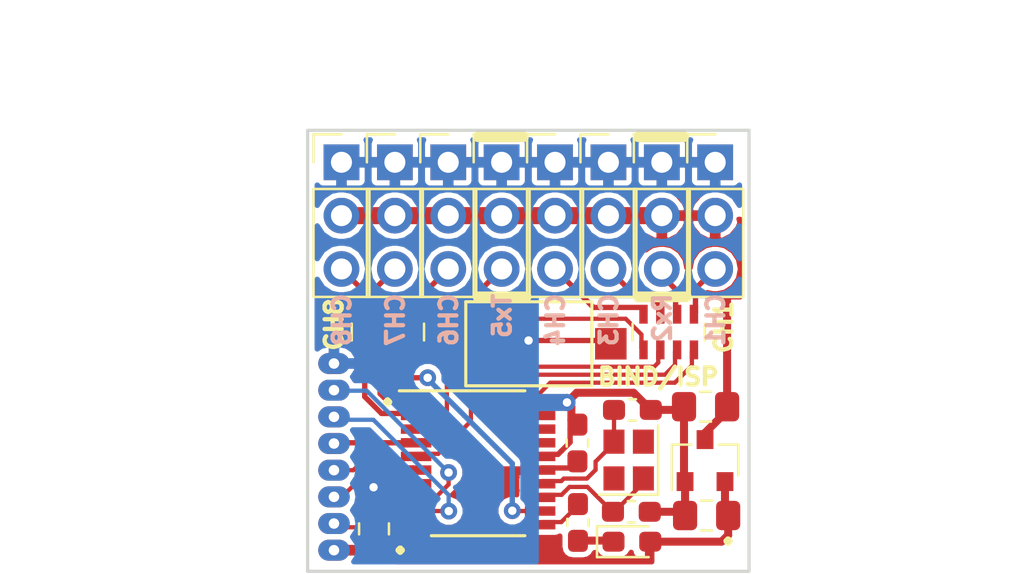
<source format=kicad_pcb>
(kicad_pcb (version 20171130) (host pcbnew 5.0.0-fee4fd1~66~ubuntu18.04.1)

  (general
    (thickness 1.6)
    (drawings 24)
    (tracks 216)
    (zones 0)
    (modules 23)
    (nets 31)
  )

  (page A4)
  (layers
    (0 F.Cu signal)
    (31 B.Cu signal)
    (32 B.Adhes user hide)
    (33 F.Adhes user hide)
    (34 B.Paste user hide)
    (35 F.Paste user hide)
    (36 B.SilkS user)
    (37 F.SilkS user)
    (38 B.Mask user hide)
    (39 F.Mask user hide)
    (40 Dwgs.User user hide)
    (41 Cmts.User user hide)
    (42 Eco1.User user hide)
    (43 Eco2.User user hide)
    (44 Edge.Cuts user)
    (45 Margin user hide)
    (46 B.CrtYd user hide)
    (47 F.CrtYd user hide)
    (48 B.Fab user hide)
    (49 F.Fab user)
  )

  (setup
    (last_trace_width 0.2032)
    (user_trace_width 0.254)
    (user_trace_width 0.381)
    (user_trace_width 0.508)
    (user_trace_width 0.8128)
    (trace_clearance 0.1524)
    (zone_clearance 0.2032)
    (zone_45_only no)
    (trace_min 0.1524)
    (segment_width 0.2)
    (edge_width 0.15)
    (via_size 0.8)
    (via_drill 0.4)
    (via_min_size 0.4)
    (via_min_drill 0.3)
    (uvia_size 0.3)
    (uvia_drill 0.1)
    (uvias_allowed no)
    (uvia_min_size 0.2)
    (uvia_min_drill 0.1)
    (pcb_text_width 0.3)
    (pcb_text_size 1.5 1.5)
    (mod_edge_width 0.15)
    (mod_text_size 0.7 0.7)
    (mod_text_width 0.15)
    (pad_size 1.524 1.524)
    (pad_drill 0.762)
    (pad_to_mask_clearance 0.1016)
    (aux_axis_origin 118 88)
    (visible_elements FFFFFF7F)
    (pcbplotparams
      (layerselection 0x010fc_ffffffff)
      (usegerberextensions false)
      (usegerberattributes false)
      (usegerberadvancedattributes false)
      (creategerberjobfile false)
      (excludeedgelayer true)
      (linewidth 0.100000)
      (plotframeref false)
      (viasonmask false)
      (mode 1)
      (useauxorigin false)
      (hpglpennumber 1)
      (hpglpenspeed 20)
      (hpglpendiameter 15.000000)
      (psnegative false)
      (psa4output false)
      (plotreference true)
      (plotvalue true)
      (plotinvisibletext false)
      (padsonsilk false)
      (subtractmaskfromsilk false)
      (outputformat 1)
      (mirror false)
      (drillshape 1)
      (scaleselection 1)
      (outputdirectory ""))
  )

  (net 0 "")
  (net 1 VDD)
  (net 2 GND)
  (net 3 VCC)
  (net 4 /XTALIN)
  (net 5 /XTALOUT)
  (net 6 "Net-(D1-Pad1)")
  (net 7 "Net-(J1-Pad3)")
  (net 8 "Net-(J2-Pad3)")
  (net 9 "Net-(J3-Pad3)")
  (net 10 "Net-(J4-Pad3)")
  (net 11 "Net-(J5-Pad3)")
  (net 12 "Net-(J6-Pad3)")
  (net 13 "Net-(J7-Pad3)")
  (net 14 "Net-(J8-Pad3)")
  (net 15 /LED)
  (net 16 /CH8)
  (net 17 /CH7)
  (net 18 /BIND-ISP)
  (net 19 /CE)
  (net 20 /CSN)
  (net 21 /MOSI)
  (net 22 /MISO)
  (net 23 /IRQ)
  (net 24 /SCK)
  (net 25 /CH4)
  (net 26 /CH3)
  (net 27 /CH1)
  (net 28 /CH2-Rx)
  (net 29 /CH5-Tx)
  (net 30 /CH6)

  (net_class Default "This is the default net class."
    (clearance 0.1524)
    (trace_width 0.2032)
    (via_dia 0.8)
    (via_drill 0.4)
    (uvia_dia 0.3)
    (uvia_drill 0.1)
    (diff_pair_gap 0.25)
    (diff_pair_width 0.2032)
    (add_net /BIND-ISP)
    (add_net /CE)
    (add_net /CH1)
    (add_net /CH2-Rx)
    (add_net /CH3)
    (add_net /CH4)
    (add_net /CH5-Tx)
    (add_net /CH6)
    (add_net /CH7)
    (add_net /CH8)
    (add_net /CSN)
    (add_net /IRQ)
    (add_net /LED)
    (add_net /MISO)
    (add_net /MOSI)
    (add_net /SCK)
    (add_net /XTALIN)
    (add_net /XTALOUT)
    (add_net GND)
    (add_net "Net-(D1-Pad1)")
    (add_net "Net-(J1-Pad3)")
    (add_net "Net-(J2-Pad3)")
    (add_net "Net-(J3-Pad3)")
    (add_net "Net-(J4-Pad3)")
    (add_net "Net-(J5-Pad3)")
    (add_net "Net-(J6-Pad3)")
    (add_net "Net-(J7-Pad3)")
    (add_net "Net-(J8-Pad3)")
    (add_net VCC)
    (add_net VDD)
  )

  (module nordic-semiconductor:nrf24l01-E01-ML01IPX locked (layer B.Cu) (tedit 5BBB1AEC) (tstamp 5B9CEA5A)
    (at 118.618 82.55)
    (path /5B9F4EE8)
    (fp_text reference U3 (at -9.525 0) (layer B.SilkS) hide
      (effects (font (size 1 1) (thickness 0.15)) (justify mirror))
    )
    (fp_text value NRF24L01_E01_ML01 (at 9.7282 -2.4058) (layer B.Fab) hide
      (effects (font (size 0.7 0.7) (thickness 0.15)) (justify mirror))
    )
    (pad 1 thru_hole oval (at 0.635 4.445 270) (size 1 1.5) (drill 0.5) (layers *.Cu *.Mask)
      (net 3 VCC))
    (pad 2 thru_hole oval (at 0.635 3.175 270) (size 1 1.5) (drill 0.5) (layers *.Cu *.Mask)
      (net 19 /CE))
    (pad 3 thru_hole oval (at 0.635 1.905 270) (size 1 1.5) (drill 0.5) (layers *.Cu *.Mask)
      (net 20 /CSN))
    (pad 8 thru_hole oval (at 0.635 -4.445 270) (size 1 1.5) (drill 0.5) (layers *.Cu *.Mask)
      (net 2 GND))
    (pad 7 thru_hole oval (at 0.635 -3.175 270) (size 1 1.5) (drill 0.5) (layers *.Cu *.Mask)
      (net 23 /IRQ))
    (pad 6 thru_hole oval (at 0.635 -1.905 270) (size 1 1.5) (drill 0.5) (layers *.Cu *.Mask)
      (net 22 /MISO))
    (pad 4 thru_hole oval (at 0.635 0.635 270) (size 1 1.5) (drill 0.5) (layers *.Cu *.Mask)
      (net 24 /SCK))
    (pad 5 thru_hole oval (at 0.635 -0.635 270) (size 1 1.5) (drill 0.5) (layers *.Cu *.Mask)
      (net 21 /MOSI))
  )

  (module Capacitor_SMD:C_0603_1608Metric_Pad1.05x0.95mm_HandSolder (layer F.Cu) (tedit 5BBB1A3F) (tstamp 5B9C8673)
    (at 130.8354 81.8896 90)
    (descr "Capacitor SMD 0603 (1608 Metric), square (rectangular) end terminal, IPC_7351 nominal with elongated pad for handsoldering. (Body size source: http://www.tortai-tech.com/upload/download/2011102023233369053.pdf), generated with kicad-footprint-generator")
    (tags "capacitor handsolder")
    (path /5B9B5206)
    (attr smd)
    (fp_text reference C4 (at 0 -1.43 90) (layer F.SilkS) hide
      (effects (font (size 1 1) (thickness 0.15)))
    )
    (fp_text value 100n (at 0 -1.0414 90) (layer F.Fab)
      (effects (font (size 0.7 0.7) (thickness 0.15)))
    )
    (fp_line (start -0.8 0.4) (end -0.8 -0.4) (layer F.Fab) (width 0.1))
    (fp_line (start -0.8 -0.4) (end 0.8 -0.4) (layer F.Fab) (width 0.1))
    (fp_line (start 0.8 -0.4) (end 0.8 0.4) (layer F.Fab) (width 0.1))
    (fp_line (start 0.8 0.4) (end -0.8 0.4) (layer F.Fab) (width 0.1))
    (fp_line (start -0.171267 -0.51) (end 0.171267 -0.51) (layer F.SilkS) (width 0.12))
    (fp_line (start -0.171267 0.51) (end 0.171267 0.51) (layer F.SilkS) (width 0.12))
    (fp_line (start -1.65 0.73) (end -1.65 -0.73) (layer F.CrtYd) (width 0.05))
    (fp_line (start -1.65 -0.73) (end 1.65 -0.73) (layer F.CrtYd) (width 0.05))
    (fp_line (start 1.65 -0.73) (end 1.65 0.73) (layer F.CrtYd) (width 0.05))
    (fp_line (start 1.65 0.73) (end -1.65 0.73) (layer F.CrtYd) (width 0.05))
    (fp_text user %R (at 0 0 90) (layer F.Fab)
      (effects (font (size 0.4 0.4) (thickness 0.06)))
    )
    (pad 1 smd roundrect (at -0.875 0 90) (size 1.05 0.95) (layers F.Cu F.Paste F.Mask) (roundrect_rratio 0.25)
      (net 3 VCC))
    (pad 2 smd roundrect (at 0.875 0 90) (size 1.05 0.95) (layers F.Cu F.Paste F.Mask) (roundrect_rratio 0.25)
      (net 2 GND))
    (model ${KISYS3DMOD}/Capacitor_SMD.3dshapes/C_0603_1608Metric.wrl
      (at (xyz 0 0 0))
      (scale (xyz 1 1 1))
      (rotate (xyz 0 0 0))
    )
  )

  (module Capacitor_SMD:C_0603_1608Metric_Pad1.05x0.95mm_HandSolder (layer F.Cu) (tedit 5BBB19E3) (tstamp 5B9C86A6)
    (at 133.4516 80.3148)
    (descr "Capacitor SMD 0603 (1608 Metric), square (rectangular) end terminal, IPC_7351 nominal with elongated pad for handsoldering. (Body size source: http://www.tortai-tech.com/upload/download/2011102023233369053.pdf), generated with kicad-footprint-generator")
    (tags "capacitor handsolder")
    (path /5B9B542A)
    (attr smd)
    (fp_text reference C7 (at 0 -1.43) (layer F.SilkS) hide
      (effects (font (size 1 1) (thickness 0.15)))
    )
    (fp_text value 18p (at -1.4986 -0.0508 90) (layer F.Fab)
      (effects (font (size 0.7 0.7) (thickness 0.15)))
    )
    (fp_line (start -0.8 0.4) (end -0.8 -0.4) (layer F.Fab) (width 0.1))
    (fp_line (start -0.8 -0.4) (end 0.8 -0.4) (layer F.Fab) (width 0.1))
    (fp_line (start 0.8 -0.4) (end 0.8 0.4) (layer F.Fab) (width 0.1))
    (fp_line (start 0.8 0.4) (end -0.8 0.4) (layer F.Fab) (width 0.1))
    (fp_line (start -0.171267 -0.51) (end 0.171267 -0.51) (layer F.SilkS) (width 0.12))
    (fp_line (start -0.171267 0.51) (end 0.171267 0.51) (layer F.SilkS) (width 0.12))
    (fp_line (start -1.65 0.73) (end -1.65 -0.73) (layer F.CrtYd) (width 0.05))
    (fp_line (start -1.65 -0.73) (end 1.65 -0.73) (layer F.CrtYd) (width 0.05))
    (fp_line (start 1.65 -0.73) (end 1.65 0.73) (layer F.CrtYd) (width 0.05))
    (fp_line (start 1.65 0.73) (end -1.65 0.73) (layer F.CrtYd) (width 0.05))
    (fp_text user %R (at 0 0) (layer F.Fab)
      (effects (font (size 0.4 0.4) (thickness 0.06)))
    )
    (pad 1 smd roundrect (at -0.875 0) (size 1.05 0.95) (layers F.Cu F.Paste F.Mask) (roundrect_rratio 0.25)
      (net 4 /XTALIN))
    (pad 2 smd roundrect (at 0.875 0) (size 1.05 0.95) (layers F.Cu F.Paste F.Mask) (roundrect_rratio 0.25)
      (net 2 GND))
    (model ${KISYS3DMOD}/Capacitor_SMD.3dshapes/C_0603_1608Metric.wrl
      (at (xyz 0 0 0))
      (scale (xyz 1 1 1))
      (rotate (xyz 0 0 0))
    )
  )

  (module Connector_PinHeader_2.54mm:PinHeader_1x03_P2.54mm_Vertical (layer F.Cu) (tedit 5BBB1914) (tstamp 5B9C86E7)
    (at 134.85 68.524)
    (descr "Through hole straight pin header, 1x03, 2.54mm pitch, single row")
    (tags "Through hole pin header THT 1x03 2.54mm single row")
    (path /5B9B5D44)
    (fp_text reference J2 (at 0 -2.33) (layer F.SilkS) hide
      (effects (font (size 1 1) (thickness 0.15)))
    )
    (fp_text value CH2 (at 0 7.41) (layer F.Fab) hide
      (effects (font (size 0.7 0.7) (thickness 0.15)))
    )
    (fp_text user %R (at 0 2.54 90) (layer F.Fab)
      (effects (font (size 1 1) (thickness 0.15)))
    )
    (fp_line (start 1.8 -1.8) (end -1.8 -1.8) (layer F.CrtYd) (width 0.05))
    (fp_line (start 1.8 6.85) (end 1.8 -1.8) (layer F.CrtYd) (width 0.05))
    (fp_line (start -1.8 6.85) (end 1.8 6.85) (layer F.CrtYd) (width 0.05))
    (fp_line (start -1.8 -1.8) (end -1.8 6.85) (layer F.CrtYd) (width 0.05))
    (fp_line (start -1.33 -1.33) (end 0 -1.33) (layer F.SilkS) (width 0.12))
    (fp_line (start -1.33 0) (end -1.33 -1.33) (layer F.SilkS) (width 0.12))
    (fp_line (start -1.33 1.27) (end 1.33 1.27) (layer F.SilkS) (width 0.12))
    (fp_line (start 1.33 1.27) (end 1.33 6.41) (layer F.SilkS) (width 0.12))
    (fp_line (start -1.33 1.27) (end -1.33 6.41) (layer F.SilkS) (width 0.12))
    (fp_line (start -1.33 6.41) (end 1.33 6.41) (layer F.SilkS) (width 0.12))
    (fp_line (start -1.27 -0.635) (end -0.635 -1.27) (layer F.Fab) (width 0.1))
    (fp_line (start -1.27 6.35) (end -1.27 -0.635) (layer F.Fab) (width 0.1))
    (fp_line (start 1.27 6.35) (end -1.27 6.35) (layer F.Fab) (width 0.1))
    (fp_line (start 1.27 -1.27) (end 1.27 6.35) (layer F.Fab) (width 0.1))
    (fp_line (start -0.635 -1.27) (end 1.27 -1.27) (layer F.Fab) (width 0.1))
    (pad 3 thru_hole oval (at 0 5.08) (size 1.7 1.7) (drill 1) (layers *.Cu *.Mask)
      (net 8 "Net-(J2-Pad3)"))
    (pad 2 thru_hole oval (at 0 2.54) (size 1.7 1.7) (drill 1) (layers *.Cu *.Mask)
      (net 1 VDD))
    (pad 1 thru_hole rect (at 0 0) (size 1.7 1.7) (drill 1) (layers *.Cu *.Mask)
      (net 2 GND))
    (model ${KISYS3DMOD}/Connector_PinHeader_2.54mm.3dshapes/PinHeader_1x03_P2.54mm_Vertical.wrl
      (at (xyz 0 0 0))
      (scale (xyz 1 1 1))
      (rotate (xyz 0 0 0))
    )
  )

  (module Package_TO_SOT_SMD:SOT-23 (layer F.Cu) (tedit 5B9B7100) (tstamp 5B9C87E0)
    (at 136.906 82.7278 90)
    (descr "SOT-23, Standard")
    (tags SOT-23)
    (path /5B9B50CE)
    (attr smd)
    (fp_text reference U1 (at 0 -2.5 90) (layer F.SilkS) hide
      (effects (font (size 1 1) (thickness 0.15)))
    )
    (fp_text value MCP1703A-3302_SOT23 (at 0.0508 8.636 180) (layer F.Fab)
      (effects (font (size 0.7 0.7) (thickness 0.15)))
    )
    (fp_text user %R (at 0 0 180) (layer F.Fab)
      (effects (font (size 0.5 0.5) (thickness 0.075)))
    )
    (fp_line (start -0.7 -0.95) (end -0.7 1.5) (layer F.Fab) (width 0.1))
    (fp_line (start -0.15 -1.52) (end 0.7 -1.52) (layer F.Fab) (width 0.1))
    (fp_line (start -0.7 -0.95) (end -0.15 -1.52) (layer F.Fab) (width 0.1))
    (fp_line (start 0.7 -1.52) (end 0.7 1.52) (layer F.Fab) (width 0.1))
    (fp_line (start -0.7 1.52) (end 0.7 1.52) (layer F.Fab) (width 0.1))
    (fp_line (start 0.76 1.58) (end 0.76 0.65) (layer F.SilkS) (width 0.12))
    (fp_line (start 0.76 -1.58) (end 0.76 -0.65) (layer F.SilkS) (width 0.12))
    (fp_line (start -1.7 -1.75) (end 1.7 -1.75) (layer F.CrtYd) (width 0.05))
    (fp_line (start 1.7 -1.75) (end 1.7 1.75) (layer F.CrtYd) (width 0.05))
    (fp_line (start 1.7 1.75) (end -1.7 1.75) (layer F.CrtYd) (width 0.05))
    (fp_line (start -1.7 1.75) (end -1.7 -1.75) (layer F.CrtYd) (width 0.05))
    (fp_line (start 0.76 -1.58) (end -1.4 -1.58) (layer F.SilkS) (width 0.12))
    (fp_line (start 0.76 1.58) (end -0.7 1.58) (layer F.SilkS) (width 0.12))
    (pad 1 smd rect (at -1 -0.95 90) (size 0.9 0.8) (layers F.Cu F.Paste F.Mask)
      (net 2 GND))
    (pad 2 smd rect (at -1 0.95 90) (size 0.9 0.8) (layers F.Cu F.Paste F.Mask)
      (net 3 VCC))
    (pad 3 smd rect (at 1 0 90) (size 0.9 0.8) (layers F.Cu F.Paste F.Mask)
      (net 1 VDD))
    (model ${KISYS3DMOD}/Package_TO_SOT_SMD.3dshapes/SOT-23.wrl
      (at (xyz 0 0 0))
      (scale (xyz 1 1 1))
      (rotate (xyz 0 0 0))
    )
  )

  (module LED_SMD:LED_0603_1608Metric_Pad1.05x0.95mm_HandSolder (layer F.Cu) (tedit 5B9B7125) (tstamp 5B9C86B9)
    (at 133.4262 86.5886)
    (descr "LED SMD 0603 (1608 Metric), square (rectangular) end terminal, IPC_7351 nominal, (Body size source: http://www.tortai-tech.com/upload/download/2011102023233369053.pdf), generated with kicad-footprint-generator")
    (tags "LED handsolder")
    (path /5B9B62B1)
    (attr smd)
    (fp_text reference D1 (at -0.688 -1.54) (layer F.SilkS) hide
      (effects (font (size 1 1) (thickness 0.15)))
    )
    (fp_text value LED (at 1.9558 0.5334) (layer F.Fab)
      (effects (font (size 0.7 0.7) (thickness 0.15)))
    )
    (fp_line (start 0.8 -0.4) (end -0.5 -0.4) (layer F.Fab) (width 0.1))
    (fp_line (start -0.5 -0.4) (end -0.8 -0.1) (layer F.Fab) (width 0.1))
    (fp_line (start -0.8 -0.1) (end -0.8 0.4) (layer F.Fab) (width 0.1))
    (fp_line (start -0.8 0.4) (end 0.8 0.4) (layer F.Fab) (width 0.1))
    (fp_line (start 0.8 0.4) (end 0.8 -0.4) (layer F.Fab) (width 0.1))
    (fp_line (start 0.8 -0.735) (end -1.66 -0.735) (layer F.SilkS) (width 0.12))
    (fp_line (start -1.66 -0.735) (end -1.66 0.735) (layer F.SilkS) (width 0.12))
    (fp_line (start -1.66 0.735) (end 0.8 0.735) (layer F.SilkS) (width 0.12))
    (fp_line (start -1.65 0.73) (end -1.65 -0.73) (layer F.CrtYd) (width 0.05))
    (fp_line (start -1.65 -0.73) (end 1.65 -0.73) (layer F.CrtYd) (width 0.05))
    (fp_line (start 1.65 -0.73) (end 1.65 0.73) (layer F.CrtYd) (width 0.05))
    (fp_line (start 1.65 0.73) (end -1.65 0.73) (layer F.CrtYd) (width 0.05))
    (fp_text user %R (at 0 0) (layer F.Fab)
      (effects (font (size 0.4 0.4) (thickness 0.06)))
    )
    (pad 1 smd roundrect (at -0.875 0) (size 1.05 0.95) (layers F.Cu F.Paste F.Mask) (roundrect_rratio 0.25)
      (net 6 "Net-(D1-Pad1)"))
    (pad 2 smd roundrect (at 0.875 0) (size 1.05 0.95) (layers F.Cu F.Paste F.Mask) (roundrect_rratio 0.25)
      (net 3 VCC))
    (model ${KISYS3DMOD}/LED_SMD.3dshapes/LED_0603_1608Metric.wrl
      (at (xyz 0 0 0))
      (scale (xyz 1 1 1))
      (rotate (xyz 0 0 0))
    )
  )

  (module Resistor_SMD:R_0603_1608Metric_Pad1.05x0.95mm_HandSolder (layer F.Cu) (tedit 5BBB1A47) (tstamp 5B9C8782)
    (at 130.8608 85.6742 90)
    (descr "Resistor SMD 0603 (1608 Metric), square (rectangular) end terminal, IPC_7351 nominal with elongated pad for handsoldering. (Body size source: http://www.tortai-tech.com/upload/download/2011102023233369053.pdf), generated with kicad-footprint-generator")
    (tags "resistor handsolder")
    (path /5B9B640B)
    (attr smd)
    (fp_text reference R1 (at 2.312 0.436 90) (layer F.SilkS) hide
      (effects (font (size 1 1) (thickness 0.15)))
    )
    (fp_text value 270 (at 0 -1.0668 90) (layer F.Fab)
      (effects (font (size 0.7 0.7) (thickness 0.15)))
    )
    (fp_line (start -0.8 0.4) (end -0.8 -0.4) (layer F.Fab) (width 0.1))
    (fp_line (start -0.8 -0.4) (end 0.8 -0.4) (layer F.Fab) (width 0.1))
    (fp_line (start 0.8 -0.4) (end 0.8 0.4) (layer F.Fab) (width 0.1))
    (fp_line (start 0.8 0.4) (end -0.8 0.4) (layer F.Fab) (width 0.1))
    (fp_line (start -0.171267 -0.51) (end 0.171267 -0.51) (layer F.SilkS) (width 0.12))
    (fp_line (start -0.171267 0.51) (end 0.171267 0.51) (layer F.SilkS) (width 0.12))
    (fp_line (start -1.65 0.73) (end -1.65 -0.73) (layer F.CrtYd) (width 0.05))
    (fp_line (start -1.65 -0.73) (end 1.65 -0.73) (layer F.CrtYd) (width 0.05))
    (fp_line (start 1.65 -0.73) (end 1.65 0.73) (layer F.CrtYd) (width 0.05))
    (fp_line (start 1.65 0.73) (end -1.65 0.73) (layer F.CrtYd) (width 0.05))
    (fp_text user %R (at 0 0 90) (layer F.Fab)
      (effects (font (size 0.4 0.4) (thickness 0.06)))
    )
    (pad 1 smd roundrect (at -0.875 0 90) (size 1.05 0.95) (layers F.Cu F.Paste F.Mask) (roundrect_rratio 0.25)
      (net 6 "Net-(D1-Pad1)"))
    (pad 2 smd roundrect (at 0.875 0 90) (size 1.05 0.95) (layers F.Cu F.Paste F.Mask) (roundrect_rratio 0.25)
      (net 15 /LED))
    (model ${KISYS3DMOD}/Resistor_SMD.3dshapes/R_0603_1608Metric.wrl
      (at (xyz 0 0 0))
      (scale (xyz 1 1 1))
      (rotate (xyz 0 0 0))
    )
  )

  (module Capacitor_SMD:C_0805_2012Metric_Pad1.15x1.40mm_HandSolder (layer F.Cu) (tedit 5B9B711C) (tstamp 5B9C8684)
    (at 136.9822 85.344 180)
    (descr "Capacitor SMD 0805 (2012 Metric), square (rectangular) end terminal, IPC_7351 nominal with elongated pad for handsoldering. (Body size source: https://docs.google.com/spreadsheets/d/1BsfQQcO9C6DZCsRaXUlFlo91Tg2WpOkGARC1WS5S8t0/edit?usp=sharing), generated with kicad-footprint-generator")
    (tags "capacitor handsolder")
    (path /5B9B66E7)
    (attr smd)
    (fp_text reference C5 (at 0 -1.65 180) (layer F.SilkS) hide
      (effects (font (size 1 1) (thickness 0.15)))
    )
    (fp_text value 47u/6.3V (at -4.7498 0 180) (layer F.Fab)
      (effects (font (size 0.7 0.7) (thickness 0.15)))
    )
    (fp_text user %R (at 0 0 180) (layer F.Fab)
      (effects (font (size 0.5 0.5) (thickness 0.08)))
    )
    (fp_line (start 1.85 0.95) (end -1.85 0.95) (layer F.CrtYd) (width 0.05))
    (fp_line (start 1.85 -0.95) (end 1.85 0.95) (layer F.CrtYd) (width 0.05))
    (fp_line (start -1.85 -0.95) (end 1.85 -0.95) (layer F.CrtYd) (width 0.05))
    (fp_line (start -1.85 0.95) (end -1.85 -0.95) (layer F.CrtYd) (width 0.05))
    (fp_line (start -0.261252 0.71) (end 0.261252 0.71) (layer F.SilkS) (width 0.12))
    (fp_line (start -0.261252 -0.71) (end 0.261252 -0.71) (layer F.SilkS) (width 0.12))
    (fp_line (start 1 0.6) (end -1 0.6) (layer F.Fab) (width 0.1))
    (fp_line (start 1 -0.6) (end 1 0.6) (layer F.Fab) (width 0.1))
    (fp_line (start -1 -0.6) (end 1 -0.6) (layer F.Fab) (width 0.1))
    (fp_line (start -1 0.6) (end -1 -0.6) (layer F.Fab) (width 0.1))
    (pad 2 smd roundrect (at 1.025 0 180) (size 1.15 1.4) (layers F.Cu F.Paste F.Mask) (roundrect_rratio 0.217391)
      (net 2 GND))
    (pad 1 smd roundrect (at -1.025 0 180) (size 1.15 1.4) (layers F.Cu F.Paste F.Mask) (roundrect_rratio 0.217391)
      (net 3 VCC))
    (model ${KISYS3DMOD}/Capacitor_SMD.3dshapes/C_0805_2012Metric.wrl
      (at (xyz 0 0 0))
      (scale (xyz 1 1 1))
      (rotate (xyz 0 0 0))
    )
  )

  (module Connector_PinHeader_2.54mm:PinHeader_1x03_P2.54mm_Vertical (layer F.Cu) (tedit 5BBB190D) (tstamp 5B9C86FE)
    (at 132.31 68.524)
    (descr "Through hole straight pin header, 1x03, 2.54mm pitch, single row")
    (tags "Through hole pin header THT 1x03 2.54mm single row")
    (path /5B9B5D4B)
    (fp_text reference J3 (at 0 -2.33) (layer F.SilkS) hide
      (effects (font (size 1 1) (thickness 0.15)))
    )
    (fp_text value CH3/Rx (at 0 7.41) (layer F.Fab) hide
      (effects (font (size 0.7 0.7) (thickness 0.15)))
    )
    (fp_line (start -0.635 -1.27) (end 1.27 -1.27) (layer F.Fab) (width 0.1))
    (fp_line (start 1.27 -1.27) (end 1.27 6.35) (layer F.Fab) (width 0.1))
    (fp_line (start 1.27 6.35) (end -1.27 6.35) (layer F.Fab) (width 0.1))
    (fp_line (start -1.27 6.35) (end -1.27 -0.635) (layer F.Fab) (width 0.1))
    (fp_line (start -1.27 -0.635) (end -0.635 -1.27) (layer F.Fab) (width 0.1))
    (fp_line (start -1.33 6.41) (end 1.33 6.41) (layer F.SilkS) (width 0.12))
    (fp_line (start -1.33 1.27) (end -1.33 6.41) (layer F.SilkS) (width 0.12))
    (fp_line (start 1.33 1.27) (end 1.33 6.41) (layer F.SilkS) (width 0.12))
    (fp_line (start -1.33 1.27) (end 1.33 1.27) (layer F.SilkS) (width 0.12))
    (fp_line (start -1.33 0) (end -1.33 -1.33) (layer F.SilkS) (width 0.12))
    (fp_line (start -1.33 -1.33) (end 0 -1.33) (layer F.SilkS) (width 0.12))
    (fp_line (start -1.8 -1.8) (end -1.8 6.85) (layer F.CrtYd) (width 0.05))
    (fp_line (start -1.8 6.85) (end 1.8 6.85) (layer F.CrtYd) (width 0.05))
    (fp_line (start 1.8 6.85) (end 1.8 -1.8) (layer F.CrtYd) (width 0.05))
    (fp_line (start 1.8 -1.8) (end -1.8 -1.8) (layer F.CrtYd) (width 0.05))
    (fp_text user %R (at 0 2.54 90) (layer F.Fab)
      (effects (font (size 1 1) (thickness 0.15)))
    )
    (pad 1 thru_hole rect (at 0 0) (size 1.7 1.7) (drill 1) (layers *.Cu *.Mask)
      (net 2 GND))
    (pad 2 thru_hole oval (at 0 2.54) (size 1.7 1.7) (drill 1) (layers *.Cu *.Mask)
      (net 1 VDD))
    (pad 3 thru_hole oval (at 0 5.08) (size 1.7 1.7) (drill 1) (layers *.Cu *.Mask)
      (net 9 "Net-(J3-Pad3)"))
    (model ${KISYS3DMOD}/Connector_PinHeader_2.54mm.3dshapes/PinHeader_1x03_P2.54mm_Vertical.wrl
      (at (xyz 0 0 0))
      (scale (xyz 1 1 1))
      (rotate (xyz 0 0 0))
    )
  )

  (module Capacitor_SMD:C_0805_2012Metric_Pad1.15x1.40mm_HandSolder (layer F.Cu) (tedit 5B9B7103) (tstamp 5B9C8640)
    (at 136.9314 80.1624 180)
    (descr "Capacitor SMD 0805 (2012 Metric), square (rectangular) end terminal, IPC_7351 nominal with elongated pad for handsoldering. (Body size source: https://docs.google.com/spreadsheets/d/1BsfQQcO9C6DZCsRaXUlFlo91Tg2WpOkGARC1WS5S8t0/edit?usp=sharing), generated with kicad-footprint-generator")
    (tags "capacitor handsolder")
    (path /5B9B516C)
    (attr smd)
    (fp_text reference C1 (at -3.048 0 180) (layer F.SilkS) hide
      (effects (font (size 1 1) (thickness 0.15)))
    )
    (fp_text value 1u/16V (at -4.2926 0.0254 180) (layer F.Fab)
      (effects (font (size 0.7 0.7) (thickness 0.15)))
    )
    (fp_line (start -1 0.6) (end -1 -0.6) (layer F.Fab) (width 0.1))
    (fp_line (start -1 -0.6) (end 1 -0.6) (layer F.Fab) (width 0.1))
    (fp_line (start 1 -0.6) (end 1 0.6) (layer F.Fab) (width 0.1))
    (fp_line (start 1 0.6) (end -1 0.6) (layer F.Fab) (width 0.1))
    (fp_line (start -0.261252 -0.71) (end 0.261252 -0.71) (layer F.SilkS) (width 0.12))
    (fp_line (start -0.261252 0.71) (end 0.261252 0.71) (layer F.SilkS) (width 0.12))
    (fp_line (start -1.85 0.95) (end -1.85 -0.95) (layer F.CrtYd) (width 0.05))
    (fp_line (start -1.85 -0.95) (end 1.85 -0.95) (layer F.CrtYd) (width 0.05))
    (fp_line (start 1.85 -0.95) (end 1.85 0.95) (layer F.CrtYd) (width 0.05))
    (fp_line (start 1.85 0.95) (end -1.85 0.95) (layer F.CrtYd) (width 0.05))
    (fp_text user %R (at 0 0 180) (layer F.Fab)
      (effects (font (size 0.5 0.5) (thickness 0.08)))
    )
    (pad 1 smd roundrect (at -1.025 0 180) (size 1.15 1.4) (layers F.Cu F.Paste F.Mask) (roundrect_rratio 0.217391)
      (net 1 VDD))
    (pad 2 smd roundrect (at 1.025 0 180) (size 1.15 1.4) (layers F.Cu F.Paste F.Mask) (roundrect_rratio 0.217391)
      (net 2 GND))
    (model ${KISYS3DMOD}/Capacitor_SMD.3dshapes/C_0805_2012Metric.wrl
      (at (xyz 0 0 0))
      (scale (xyz 1 1 1))
      (rotate (xyz 0 0 0))
    )
  )

  (module Capacitor_SMD:C_0805_2012Metric_Pad1.15x1.40mm_HandSolder (layer F.Cu) (tedit 5BBB1A59) (tstamp 5B9C8662)
    (at 121.158 85.979 90)
    (descr "Capacitor SMD 0805 (2012 Metric), square (rectangular) end terminal, IPC_7351 nominal with elongated pad for handsoldering. (Body size source: https://docs.google.com/spreadsheets/d/1BsfQQcO9C6DZCsRaXUlFlo91Tg2WpOkGARC1WS5S8t0/edit?usp=sharing), generated with kicad-footprint-generator")
    (tags "capacitor handsolder")
    (path /5B9B535A)
    (attr smd)
    (fp_text reference C3 (at -1.118 -1.582 90) (layer F.SilkS) hide
      (effects (font (size 1 1) (thickness 0.15)))
    )
    (fp_text value 47u/6.3V (at 3.683 0.127 90) (layer F.Fab)
      (effects (font (size 0.7 0.7) (thickness 0.15)))
    )
    (fp_line (start -1 0.6) (end -1 -0.6) (layer F.Fab) (width 0.1))
    (fp_line (start -1 -0.6) (end 1 -0.6) (layer F.Fab) (width 0.1))
    (fp_line (start 1 -0.6) (end 1 0.6) (layer F.Fab) (width 0.1))
    (fp_line (start 1 0.6) (end -1 0.6) (layer F.Fab) (width 0.1))
    (fp_line (start -0.261252 -0.71) (end 0.261252 -0.71) (layer F.SilkS) (width 0.12))
    (fp_line (start -0.261252 0.71) (end 0.261252 0.71) (layer F.SilkS) (width 0.12))
    (fp_line (start -1.85 0.95) (end -1.85 -0.95) (layer F.CrtYd) (width 0.05))
    (fp_line (start -1.85 -0.95) (end 1.85 -0.95) (layer F.CrtYd) (width 0.05))
    (fp_line (start 1.85 -0.95) (end 1.85 0.95) (layer F.CrtYd) (width 0.05))
    (fp_line (start 1.85 0.95) (end -1.85 0.95) (layer F.CrtYd) (width 0.05))
    (fp_text user %R (at 0 0 90) (layer F.Fab)
      (effects (font (size 0.5 0.5) (thickness 0.08)))
    )
    (pad 1 smd roundrect (at -1.025 0 90) (size 1.15 1.4) (layers F.Cu F.Paste F.Mask) (roundrect_rratio 0.217391)
      (net 3 VCC))
    (pad 2 smd roundrect (at 1.025 0 90) (size 1.15 1.4) (layers F.Cu F.Paste F.Mask) (roundrect_rratio 0.217391)
      (net 2 GND))
    (model ${KISYS3DMOD}/Capacitor_SMD.3dshapes/C_0805_2012Metric.wrl
      (at (xyz 0 0 0))
      (scale (xyz 1 1 1))
      (rotate (xyz 0 0 0))
    )
  )

  (module Capacitor_SMD:C_0603_1608Metric_Pad1.05x0.95mm_HandSolder (layer F.Cu) (tedit 5BBB1986) (tstamp 5B9C8695)
    (at 133.4008 85.1662)
    (descr "Capacitor SMD 0603 (1608 Metric), square (rectangular) end terminal, IPC_7351 nominal with elongated pad for handsoldering. (Body size source: http://www.tortai-tech.com/upload/download/2011102023233369053.pdf), generated with kicad-footprint-generator")
    (tags "capacitor handsolder")
    (path /5B9B53CC)
    (attr smd)
    (fp_text reference C6 (at 0 -1.43) (layer F.SilkS) hide
      (effects (font (size 1 1) (thickness 0.15)))
    )
    (fp_text value 18p (at -1.4478 0.0508 90) (layer F.Fab)
      (effects (font (size 0.7 0.7) (thickness 0.15)))
    )
    (fp_text user %R (at 0 0) (layer F.Fab)
      (effects (font (size 0.4 0.4) (thickness 0.06)))
    )
    (fp_line (start 1.65 0.73) (end -1.65 0.73) (layer F.CrtYd) (width 0.05))
    (fp_line (start 1.65 -0.73) (end 1.65 0.73) (layer F.CrtYd) (width 0.05))
    (fp_line (start -1.65 -0.73) (end 1.65 -0.73) (layer F.CrtYd) (width 0.05))
    (fp_line (start -1.65 0.73) (end -1.65 -0.73) (layer F.CrtYd) (width 0.05))
    (fp_line (start -0.171267 0.51) (end 0.171267 0.51) (layer F.SilkS) (width 0.12))
    (fp_line (start -0.171267 -0.51) (end 0.171267 -0.51) (layer F.SilkS) (width 0.12))
    (fp_line (start 0.8 0.4) (end -0.8 0.4) (layer F.Fab) (width 0.1))
    (fp_line (start 0.8 -0.4) (end 0.8 0.4) (layer F.Fab) (width 0.1))
    (fp_line (start -0.8 -0.4) (end 0.8 -0.4) (layer F.Fab) (width 0.1))
    (fp_line (start -0.8 0.4) (end -0.8 -0.4) (layer F.Fab) (width 0.1))
    (pad 2 smd roundrect (at 0.875 0) (size 1.05 0.95) (layers F.Cu F.Paste F.Mask) (roundrect_rratio 0.25)
      (net 2 GND))
    (pad 1 smd roundrect (at -0.875 0) (size 1.05 0.95) (layers F.Cu F.Paste F.Mask) (roundrect_rratio 0.25)
      (net 5 /XTALOUT))
    (model ${KISYS3DMOD}/Capacitor_SMD.3dshapes/C_0603_1608Metric.wrl
      (at (xyz 0 0 0))
      (scale (xyz 1 1 1))
      (rotate (xyz 0 0 0))
    )
  )

  (module Connector_PinHeader_2.54mm:PinHeader_1x03_P2.54mm_Vertical (layer F.Cu) (tedit 5BBB191E) (tstamp 5B9C86D0)
    (at 137.39 68.524)
    (descr "Through hole straight pin header, 1x03, 2.54mm pitch, single row")
    (tags "Through hole pin header THT 1x03 2.54mm single row")
    (path /5B9B5D3D)
    (fp_text reference J1 (at 0 -2.33) (layer F.SilkS) hide
      (effects (font (size 1 1) (thickness 0.15)))
    )
    (fp_text value CH1 (at 0 7.41) (layer F.Fab) hide
      (effects (font (size 0.7 0.7) (thickness 0.15)))
    )
    (fp_line (start -0.635 -1.27) (end 1.27 -1.27) (layer F.Fab) (width 0.1))
    (fp_line (start 1.27 -1.27) (end 1.27 6.35) (layer F.Fab) (width 0.1))
    (fp_line (start 1.27 6.35) (end -1.27 6.35) (layer F.Fab) (width 0.1))
    (fp_line (start -1.27 6.35) (end -1.27 -0.635) (layer F.Fab) (width 0.1))
    (fp_line (start -1.27 -0.635) (end -0.635 -1.27) (layer F.Fab) (width 0.1))
    (fp_line (start -1.33 6.41) (end 1.33 6.41) (layer F.SilkS) (width 0.12))
    (fp_line (start -1.33 1.27) (end -1.33 6.41) (layer F.SilkS) (width 0.12))
    (fp_line (start 1.33 1.27) (end 1.33 6.41) (layer F.SilkS) (width 0.12))
    (fp_line (start -1.33 1.27) (end 1.33 1.27) (layer F.SilkS) (width 0.12))
    (fp_line (start -1.33 0) (end -1.33 -1.33) (layer F.SilkS) (width 0.12))
    (fp_line (start -1.33 -1.33) (end 0 -1.33) (layer F.SilkS) (width 0.12))
    (fp_line (start -1.8 -1.8) (end -1.8 6.85) (layer F.CrtYd) (width 0.05))
    (fp_line (start -1.8 6.85) (end 1.8 6.85) (layer F.CrtYd) (width 0.05))
    (fp_line (start 1.8 6.85) (end 1.8 -1.8) (layer F.CrtYd) (width 0.05))
    (fp_line (start 1.8 -1.8) (end -1.8 -1.8) (layer F.CrtYd) (width 0.05))
    (fp_text user %R (at 0 2.54 90) (layer F.Fab)
      (effects (font (size 1 1) (thickness 0.15)))
    )
    (pad 1 thru_hole rect (at 0 0) (size 1.7 1.7) (drill 1) (layers *.Cu *.Mask)
      (net 2 GND))
    (pad 2 thru_hole oval (at 0 2.54) (size 1.7 1.7) (drill 1) (layers *.Cu *.Mask)
      (net 1 VDD))
    (pad 3 thru_hole oval (at 0 5.08) (size 1.7 1.7) (drill 1) (layers *.Cu *.Mask)
      (net 7 "Net-(J1-Pad3)"))
    (model ${KISYS3DMOD}/Connector_PinHeader_2.54mm.3dshapes/PinHeader_1x03_P2.54mm_Vertical.wrl
      (at (xyz 0 0 0))
      (scale (xyz 1 1 1))
      (rotate (xyz 0 0 0))
    )
  )

  (module Connector_PinHeader_2.54mm:PinHeader_1x03_P2.54mm_Vertical (layer F.Cu) (tedit 5BBB1909) (tstamp 5B9C8715)
    (at 129.77 68.524)
    (descr "Through hole straight pin header, 1x03, 2.54mm pitch, single row")
    (tags "Through hole pin header THT 1x03 2.54mm single row")
    (path /5B9B5D52)
    (fp_text reference J4 (at 0 -2.33) (layer F.SilkS) hide
      (effects (font (size 1 1) (thickness 0.15)))
    )
    (fp_text value CH4/Tx (at 0 7.41) (layer F.Fab) hide
      (effects (font (size 0.7 0.7) (thickness 0.15)))
    )
    (fp_text user %R (at 0 2.54 90) (layer F.Fab)
      (effects (font (size 1 1) (thickness 0.15)))
    )
    (fp_line (start 1.8 -1.8) (end -1.8 -1.8) (layer F.CrtYd) (width 0.05))
    (fp_line (start 1.8 6.85) (end 1.8 -1.8) (layer F.CrtYd) (width 0.05))
    (fp_line (start -1.8 6.85) (end 1.8 6.85) (layer F.CrtYd) (width 0.05))
    (fp_line (start -1.8 -1.8) (end -1.8 6.85) (layer F.CrtYd) (width 0.05))
    (fp_line (start -1.33 -1.33) (end 0 -1.33) (layer F.SilkS) (width 0.12))
    (fp_line (start -1.33 0) (end -1.33 -1.33) (layer F.SilkS) (width 0.12))
    (fp_line (start -1.33 1.27) (end 1.33 1.27) (layer F.SilkS) (width 0.12))
    (fp_line (start 1.33 1.27) (end 1.33 6.41) (layer F.SilkS) (width 0.12))
    (fp_line (start -1.33 1.27) (end -1.33 6.41) (layer F.SilkS) (width 0.12))
    (fp_line (start -1.33 6.41) (end 1.33 6.41) (layer F.SilkS) (width 0.12))
    (fp_line (start -1.27 -0.635) (end -0.635 -1.27) (layer F.Fab) (width 0.1))
    (fp_line (start -1.27 6.35) (end -1.27 -0.635) (layer F.Fab) (width 0.1))
    (fp_line (start 1.27 6.35) (end -1.27 6.35) (layer F.Fab) (width 0.1))
    (fp_line (start 1.27 -1.27) (end 1.27 6.35) (layer F.Fab) (width 0.1))
    (fp_line (start -0.635 -1.27) (end 1.27 -1.27) (layer F.Fab) (width 0.1))
    (pad 3 thru_hole oval (at 0 5.08) (size 1.7 1.7) (drill 1) (layers *.Cu *.Mask)
      (net 10 "Net-(J4-Pad3)"))
    (pad 2 thru_hole oval (at 0 2.54) (size 1.7 1.7) (drill 1) (layers *.Cu *.Mask)
      (net 1 VDD))
    (pad 1 thru_hole rect (at 0 0) (size 1.7 1.7) (drill 1) (layers *.Cu *.Mask)
      (net 2 GND))
    (model ${KISYS3DMOD}/Connector_PinHeader_2.54mm.3dshapes/PinHeader_1x03_P2.54mm_Vertical.wrl
      (at (xyz 0 0 0))
      (scale (xyz 1 1 1))
      (rotate (xyz 0 0 0))
    )
  )

  (module Connector_PinHeader_2.54mm:PinHeader_1x03_P2.54mm_Vertical (layer F.Cu) (tedit 5BBB1905) (tstamp 5B9C872C)
    (at 127.23 68.524)
    (descr "Through hole straight pin header, 1x03, 2.54mm pitch, single row")
    (tags "Through hole pin header THT 1x03 2.54mm single row")
    (path /5B9B5AB2)
    (fp_text reference J5 (at 0 -2.33) (layer F.SilkS) hide
      (effects (font (size 1 1) (thickness 0.15)))
    )
    (fp_text value CH5 (at 0 7.41) (layer F.Fab) hide
      (effects (font (size 0.7 0.7) (thickness 0.15)))
    )
    (fp_line (start -0.635 -1.27) (end 1.27 -1.27) (layer F.Fab) (width 0.1))
    (fp_line (start 1.27 -1.27) (end 1.27 6.35) (layer F.Fab) (width 0.1))
    (fp_line (start 1.27 6.35) (end -1.27 6.35) (layer F.Fab) (width 0.1))
    (fp_line (start -1.27 6.35) (end -1.27 -0.635) (layer F.Fab) (width 0.1))
    (fp_line (start -1.27 -0.635) (end -0.635 -1.27) (layer F.Fab) (width 0.1))
    (fp_line (start -1.33 6.41) (end 1.33 6.41) (layer F.SilkS) (width 0.12))
    (fp_line (start -1.33 1.27) (end -1.33 6.41) (layer F.SilkS) (width 0.12))
    (fp_line (start 1.33 1.27) (end 1.33 6.41) (layer F.SilkS) (width 0.12))
    (fp_line (start -1.33 1.27) (end 1.33 1.27) (layer F.SilkS) (width 0.12))
    (fp_line (start -1.33 0) (end -1.33 -1.33) (layer F.SilkS) (width 0.12))
    (fp_line (start -1.33 -1.33) (end 0 -1.33) (layer F.SilkS) (width 0.12))
    (fp_line (start -1.8 -1.8) (end -1.8 6.85) (layer F.CrtYd) (width 0.05))
    (fp_line (start -1.8 6.85) (end 1.8 6.85) (layer F.CrtYd) (width 0.05))
    (fp_line (start 1.8 6.85) (end 1.8 -1.8) (layer F.CrtYd) (width 0.05))
    (fp_line (start 1.8 -1.8) (end -1.8 -1.8) (layer F.CrtYd) (width 0.05))
    (fp_text user %R (at 0 2.54 90) (layer F.Fab)
      (effects (font (size 1 1) (thickness 0.15)))
    )
    (pad 1 thru_hole rect (at 0 0) (size 1.7 1.7) (drill 1) (layers *.Cu *.Mask)
      (net 2 GND))
    (pad 2 thru_hole oval (at 0 2.54) (size 1.7 1.7) (drill 1) (layers *.Cu *.Mask)
      (net 1 VDD))
    (pad 3 thru_hole oval (at 0 5.08) (size 1.7 1.7) (drill 1) (layers *.Cu *.Mask)
      (net 11 "Net-(J5-Pad3)"))
    (model ${KISYS3DMOD}/Connector_PinHeader_2.54mm.3dshapes/PinHeader_1x03_P2.54mm_Vertical.wrl
      (at (xyz 0 0 0))
      (scale (xyz 1 1 1))
      (rotate (xyz 0 0 0))
    )
  )

  (module Connector_PinHeader_2.54mm:PinHeader_1x03_P2.54mm_Vertical (layer F.Cu) (tedit 5BBB1901) (tstamp 5B9C8743)
    (at 124.69 68.524)
    (descr "Through hole straight pin header, 1x03, 2.54mm pitch, single row")
    (tags "Through hole pin header THT 1x03 2.54mm single row")
    (path /5B9B5B37)
    (fp_text reference J6 (at 0 -2.33) (layer F.SilkS) hide
      (effects (font (size 1 1) (thickness 0.15)))
    )
    (fp_text value CH6 (at 0 7.41) (layer F.Fab) hide
      (effects (font (size 0.7 0.7) (thickness 0.15)))
    )
    (fp_text user %R (at 0 2.54 90) (layer F.Fab)
      (effects (font (size 1 1) (thickness 0.15)))
    )
    (fp_line (start 1.8 -1.8) (end -1.8 -1.8) (layer F.CrtYd) (width 0.05))
    (fp_line (start 1.8 6.85) (end 1.8 -1.8) (layer F.CrtYd) (width 0.05))
    (fp_line (start -1.8 6.85) (end 1.8 6.85) (layer F.CrtYd) (width 0.05))
    (fp_line (start -1.8 -1.8) (end -1.8 6.85) (layer F.CrtYd) (width 0.05))
    (fp_line (start -1.33 -1.33) (end 0 -1.33) (layer F.SilkS) (width 0.12))
    (fp_line (start -1.33 0) (end -1.33 -1.33) (layer F.SilkS) (width 0.12))
    (fp_line (start -1.33 1.27) (end 1.33 1.27) (layer F.SilkS) (width 0.12))
    (fp_line (start 1.33 1.27) (end 1.33 6.41) (layer F.SilkS) (width 0.12))
    (fp_line (start -1.33 1.27) (end -1.33 6.41) (layer F.SilkS) (width 0.12))
    (fp_line (start -1.33 6.41) (end 1.33 6.41) (layer F.SilkS) (width 0.12))
    (fp_line (start -1.27 -0.635) (end -0.635 -1.27) (layer F.Fab) (width 0.1))
    (fp_line (start -1.27 6.35) (end -1.27 -0.635) (layer F.Fab) (width 0.1))
    (fp_line (start 1.27 6.35) (end -1.27 6.35) (layer F.Fab) (width 0.1))
    (fp_line (start 1.27 -1.27) (end 1.27 6.35) (layer F.Fab) (width 0.1))
    (fp_line (start -0.635 -1.27) (end 1.27 -1.27) (layer F.Fab) (width 0.1))
    (pad 3 thru_hole oval (at 0 5.08) (size 1.7 1.7) (drill 1) (layers *.Cu *.Mask)
      (net 12 "Net-(J6-Pad3)"))
    (pad 2 thru_hole oval (at 0 2.54) (size 1.7 1.7) (drill 1) (layers *.Cu *.Mask)
      (net 1 VDD))
    (pad 1 thru_hole rect (at 0 0) (size 1.7 1.7) (drill 1) (layers *.Cu *.Mask)
      (net 2 GND))
    (model ${KISYS3DMOD}/Connector_PinHeader_2.54mm.3dshapes/PinHeader_1x03_P2.54mm_Vertical.wrl
      (at (xyz 0 0 0))
      (scale (xyz 1 1 1))
      (rotate (xyz 0 0 0))
    )
  )

  (module Connector_PinHeader_2.54mm:PinHeader_1x03_P2.54mm_Vertical (layer F.Cu) (tedit 5BBB18E2) (tstamp 5B9C875A)
    (at 122.15 68.524)
    (descr "Through hole straight pin header, 1x03, 2.54mm pitch, single row")
    (tags "Through hole pin header THT 1x03 2.54mm single row")
    (path /5B9B5B75)
    (fp_text reference J7 (at 0 -2.33) (layer F.SilkS) hide
      (effects (font (size 1 1) (thickness 0.15)))
    )
    (fp_text value CH7 (at 0 7.41) (layer F.Fab) hide
      (effects (font (size 0.7 0.7) (thickness 0.15)))
    )
    (fp_line (start -0.635 -1.27) (end 1.27 -1.27) (layer F.Fab) (width 0.1))
    (fp_line (start 1.27 -1.27) (end 1.27 6.35) (layer F.Fab) (width 0.1))
    (fp_line (start 1.27 6.35) (end -1.27 6.35) (layer F.Fab) (width 0.1))
    (fp_line (start -1.27 6.35) (end -1.27 -0.635) (layer F.Fab) (width 0.1))
    (fp_line (start -1.27 -0.635) (end -0.635 -1.27) (layer F.Fab) (width 0.1))
    (fp_line (start -1.33 6.41) (end 1.33 6.41) (layer F.SilkS) (width 0.12))
    (fp_line (start -1.33 1.27) (end -1.33 6.41) (layer F.SilkS) (width 0.12))
    (fp_line (start 1.33 1.27) (end 1.33 6.41) (layer F.SilkS) (width 0.12))
    (fp_line (start -1.33 1.27) (end 1.33 1.27) (layer F.SilkS) (width 0.12))
    (fp_line (start -1.33 0) (end -1.33 -1.33) (layer F.SilkS) (width 0.12))
    (fp_line (start -1.33 -1.33) (end 0 -1.33) (layer F.SilkS) (width 0.12))
    (fp_line (start -1.8 -1.8) (end -1.8 6.85) (layer F.CrtYd) (width 0.05))
    (fp_line (start -1.8 6.85) (end 1.8 6.85) (layer F.CrtYd) (width 0.05))
    (fp_line (start 1.8 6.85) (end 1.8 -1.8) (layer F.CrtYd) (width 0.05))
    (fp_line (start 1.8 -1.8) (end -1.8 -1.8) (layer F.CrtYd) (width 0.05))
    (fp_text user %R (at 0 2.54 90) (layer F.Fab)
      (effects (font (size 1 1) (thickness 0.15)))
    )
    (pad 1 thru_hole rect (at 0 0) (size 1.7 1.7) (drill 1) (layers *.Cu *.Mask)
      (net 2 GND))
    (pad 2 thru_hole oval (at 0 2.54) (size 1.7 1.7) (drill 1) (layers *.Cu *.Mask)
      (net 1 VDD))
    (pad 3 thru_hole oval (at 0 5.08) (size 1.7 1.7) (drill 1) (layers *.Cu *.Mask)
      (net 13 "Net-(J7-Pad3)"))
    (model ${KISYS3DMOD}/Connector_PinHeader_2.54mm.3dshapes/PinHeader_1x03_P2.54mm_Vertical.wrl
      (at (xyz 0 0 0))
      (scale (xyz 1 1 1))
      (rotate (xyz 0 0 0))
    )
  )

  (module Connector_PinHeader_2.54mm:PinHeader_1x03_P2.54mm_Vertical (layer F.Cu) (tedit 5BBB18DE) (tstamp 5B9C8771)
    (at 119.61 68.524)
    (descr "Through hole straight pin header, 1x03, 2.54mm pitch, single row")
    (tags "Through hole pin header THT 1x03 2.54mm single row")
    (path /5B9B5BB5)
    (fp_text reference J8 (at 0 -2.33) (layer F.SilkS) hide
      (effects (font (size 1 1) (thickness 0.15)))
    )
    (fp_text value CH8 (at 0 7.41) (layer F.Fab) hide
      (effects (font (size 0.7 0.7) (thickness 0.15)))
    )
    (fp_text user %R (at 0 2.54 90) (layer F.Fab)
      (effects (font (size 1 1) (thickness 0.15)))
    )
    (fp_line (start 1.8 -1.8) (end -1.8 -1.8) (layer F.CrtYd) (width 0.05))
    (fp_line (start 1.8 6.85) (end 1.8 -1.8) (layer F.CrtYd) (width 0.05))
    (fp_line (start -1.8 6.85) (end 1.8 6.85) (layer F.CrtYd) (width 0.05))
    (fp_line (start -1.8 -1.8) (end -1.8 6.85) (layer F.CrtYd) (width 0.05))
    (fp_line (start -1.33 -1.33) (end 0 -1.33) (layer F.SilkS) (width 0.12))
    (fp_line (start -1.33 0) (end -1.33 -1.33) (layer F.SilkS) (width 0.12))
    (fp_line (start -1.33 1.27) (end 1.33 1.27) (layer F.SilkS) (width 0.12))
    (fp_line (start 1.33 1.27) (end 1.33 6.41) (layer F.SilkS) (width 0.12))
    (fp_line (start -1.33 1.27) (end -1.33 6.41) (layer F.SilkS) (width 0.12))
    (fp_line (start -1.33 6.41) (end 1.33 6.41) (layer F.SilkS) (width 0.12))
    (fp_line (start -1.27 -0.635) (end -0.635 -1.27) (layer F.Fab) (width 0.1))
    (fp_line (start -1.27 6.35) (end -1.27 -0.635) (layer F.Fab) (width 0.1))
    (fp_line (start 1.27 6.35) (end -1.27 6.35) (layer F.Fab) (width 0.1))
    (fp_line (start 1.27 -1.27) (end 1.27 6.35) (layer F.Fab) (width 0.1))
    (fp_line (start -0.635 -1.27) (end 1.27 -1.27) (layer F.Fab) (width 0.1))
    (pad 3 thru_hole oval (at 0 5.08) (size 1.7 1.7) (drill 1) (layers *.Cu *.Mask)
      (net 14 "Net-(J8-Pad3)"))
    (pad 2 thru_hole oval (at 0 2.54) (size 1.7 1.7) (drill 1) (layers *.Cu *.Mask)
      (net 1 VDD))
    (pad 1 thru_hole rect (at 0 0) (size 1.7 1.7) (drill 1) (layers *.Cu *.Mask)
      (net 2 GND))
    (model ${KISYS3DMOD}/Connector_PinHeader_2.54mm.3dshapes/PinHeader_1x03_P2.54mm_Vertical.wrl
      (at (xyz 0 0 0))
      (scale (xyz 1 1 1))
      (rotate (xyz 0 0 0))
    )
  )

  (module Resistor_SMD:R_Array_Concave_4x0603 (layer F.Cu) (tedit 5B9B70C4) (tstamp 5B9C8799)
    (at 135.1788 76.6064 90)
    (descr "Thick Film Chip Resistor Array, Wave soldering, Vishay CRA06P (see cra06p.pdf)")
    (tags "resistor array")
    (path /5B9B56F7)
    (attr smd)
    (fp_text reference RN1 (at 0 -2.6 90) (layer F.SilkS) hide
      (effects (font (size 1 1) (thickness 0.15)))
    )
    (fp_text value "1k x 4" (at -1.4986 -0.0508 180) (layer F.Fab)
      (effects (font (size 0.7 0.7) (thickness 0.15)))
    )
    (fp_text user %R (at 0 0 180) (layer F.Fab)
      (effects (font (size 0.5 0.5) (thickness 0.075)))
    )
    (fp_line (start -0.8 -1.6) (end 0.8 -1.6) (layer F.Fab) (width 0.1))
    (fp_line (start 0.8 -1.6) (end 0.8 1.6) (layer F.Fab) (width 0.1))
    (fp_line (start 0.8 1.6) (end -0.8 1.6) (layer F.Fab) (width 0.1))
    (fp_line (start -0.8 1.6) (end -0.8 -1.6) (layer F.Fab) (width 0.1))
    (fp_line (start 0.4 1.72) (end -0.4 1.72) (layer F.SilkS) (width 0.12))
    (fp_line (start 0.4 -1.72) (end -0.4 -1.72) (layer F.SilkS) (width 0.12))
    (fp_line (start -1.55 -1.88) (end 1.55 -1.88) (layer F.CrtYd) (width 0.05))
    (fp_line (start -1.55 -1.88) (end -1.55 1.87) (layer F.CrtYd) (width 0.05))
    (fp_line (start 1.55 1.87) (end 1.55 -1.88) (layer F.CrtYd) (width 0.05))
    (fp_line (start 1.55 1.87) (end -1.55 1.87) (layer F.CrtYd) (width 0.05))
    (pad 2 smd rect (at -0.85 -0.4 90) (size 0.9 0.4) (layers F.Cu F.Paste F.Mask)
      (net 26 /CH3))
    (pad 3 smd rect (at -0.85 0.4 90) (size 0.9 0.4) (layers F.Cu F.Paste F.Mask)
      (net 28 /CH2-Rx))
    (pad 1 smd rect (at -0.85 -1.2 90) (size 0.9 0.4) (layers F.Cu F.Paste F.Mask)
      (net 25 /CH4))
    (pad 4 smd rect (at -0.85 1.2 90) (size 0.9 0.4) (layers F.Cu F.Paste F.Mask)
      (net 27 /CH1))
    (pad 8 smd rect (at 0.85 -1.2 90) (size 0.9 0.4) (layers F.Cu F.Paste F.Mask)
      (net 10 "Net-(J4-Pad3)"))
    (pad 7 smd rect (at 0.85 -0.4 90) (size 0.9 0.4) (layers F.Cu F.Paste F.Mask)
      (net 9 "Net-(J3-Pad3)"))
    (pad 6 smd rect (at 0.85 0.4 90) (size 0.9 0.4) (layers F.Cu F.Paste F.Mask)
      (net 8 "Net-(J2-Pad3)"))
    (pad 5 smd rect (at 0.85 1.2 90) (size 0.9 0.4) (layers F.Cu F.Paste F.Mask)
      (net 7 "Net-(J1-Pad3)"))
    (model ${KISYS3DMOD}/Resistor_SMD.3dshapes/R_Array_Concave_4x0603.wrl
      (at (xyz 0 0 0))
      (scale (xyz 1 1 1))
      (rotate (xyz 0 0 0))
    )
  )

  (module Resistor_SMD:R_Array_Concave_4x0603 (layer F.Cu) (tedit 5B9B70C1) (tstamp 5B9C87B0)
    (at 121.8184 76.6064 90)
    (descr "Thick Film Chip Resistor Array, Wave soldering, Vishay CRA06P (see cra06p.pdf)")
    (tags "resistor array")
    (path /5B9B57C3)
    (attr smd)
    (fp_text reference RN2 (at 0 -2.6 90) (layer F.SilkS) hide
      (effects (font (size 1 1) (thickness 0.15)))
    )
    (fp_text value "1k x 4" (at -1.4986 -1.6764 180) (layer F.Fab)
      (effects (font (size 0.7 0.7) (thickness 0.15)))
    )
    (fp_line (start 1.55 1.87) (end -1.55 1.87) (layer F.CrtYd) (width 0.05))
    (fp_line (start 1.55 1.87) (end 1.55 -1.88) (layer F.CrtYd) (width 0.05))
    (fp_line (start -1.55 -1.88) (end -1.55 1.87) (layer F.CrtYd) (width 0.05))
    (fp_line (start -1.55 -1.88) (end 1.55 -1.88) (layer F.CrtYd) (width 0.05))
    (fp_line (start 0.4 -1.72) (end -0.4 -1.72) (layer F.SilkS) (width 0.12))
    (fp_line (start 0.4 1.72) (end -0.4 1.72) (layer F.SilkS) (width 0.12))
    (fp_line (start -0.8 1.6) (end -0.8 -1.6) (layer F.Fab) (width 0.1))
    (fp_line (start 0.8 1.6) (end -0.8 1.6) (layer F.Fab) (width 0.1))
    (fp_line (start 0.8 -1.6) (end 0.8 1.6) (layer F.Fab) (width 0.1))
    (fp_line (start -0.8 -1.6) (end 0.8 -1.6) (layer F.Fab) (width 0.1))
    (fp_text user %R (at 0 0 180) (layer F.Fab)
      (effects (font (size 0.5 0.5) (thickness 0.075)))
    )
    (pad 5 smd rect (at 0.85 1.2 90) (size 0.9 0.4) (layers F.Cu F.Paste F.Mask)
      (net 11 "Net-(J5-Pad3)"))
    (pad 6 smd rect (at 0.85 0.4 90) (size 0.9 0.4) (layers F.Cu F.Paste F.Mask)
      (net 12 "Net-(J6-Pad3)"))
    (pad 7 smd rect (at 0.85 -0.4 90) (size 0.9 0.4) (layers F.Cu F.Paste F.Mask)
      (net 13 "Net-(J7-Pad3)"))
    (pad 8 smd rect (at 0.85 -1.2 90) (size 0.9 0.4) (layers F.Cu F.Paste F.Mask)
      (net 14 "Net-(J8-Pad3)"))
    (pad 4 smd rect (at -0.85 1.2 90) (size 0.9 0.4) (layers F.Cu F.Paste F.Mask)
      (net 29 /CH5-Tx))
    (pad 1 smd rect (at -0.85 -1.2 90) (size 0.9 0.4) (layers F.Cu F.Paste F.Mask)
      (net 16 /CH8))
    (pad 3 smd rect (at -0.85 0.4 90) (size 0.9 0.4) (layers F.Cu F.Paste F.Mask)
      (net 30 /CH6))
    (pad 2 smd rect (at -0.85 -0.4 90) (size 0.9 0.4) (layers F.Cu F.Paste F.Mask)
      (net 17 /CH7))
    (model ${KISYS3DMOD}/Resistor_SMD.3dshapes/R_Array_Concave_4x0603.wrl
      (at (xyz 0 0 0))
      (scale (xyz 1 1 1))
      (rotate (xyz 0 0 0))
    )
  )

  (module Package_SO:TSSOP-20_4.4x6.5mm_P0.65mm (layer F.Cu) (tedit 5B9B7128) (tstamp 5B9C8804)
    (at 126.111 82.8548)
    (descr "20-Lead Plastic Thin Shrink Small Outline (ST)-4.4 mm Body [TSSOP] (see Microchip Packaging Specification 00000049BS.pdf)")
    (tags "SSOP 0.65")
    (path /5B9B4E9E)
    (attr smd)
    (fp_text reference U2 (at -0.77 0.212) (layer F.SilkS) hide
      (effects (font (size 1 1) (thickness 0.15)))
    )
    (fp_text value LPC812M101JDH20 (at -2.921 -0.0508 270) (layer F.Fab)
      (effects (font (size 0.7 0.7) (thickness 0.15)))
    )
    (fp_line (start -1.2 -3.25) (end 2.2 -3.25) (layer F.Fab) (width 0.15))
    (fp_line (start 2.2 -3.25) (end 2.2 3.25) (layer F.Fab) (width 0.15))
    (fp_line (start 2.2 3.25) (end -2.2 3.25) (layer F.Fab) (width 0.15))
    (fp_line (start -2.2 3.25) (end -2.2 -2.25) (layer F.Fab) (width 0.15))
    (fp_line (start -2.2 -2.25) (end -1.2 -3.25) (layer F.Fab) (width 0.15))
    (fp_line (start -3.95 -3.55) (end -3.95 3.55) (layer F.CrtYd) (width 0.05))
    (fp_line (start 3.95 -3.55) (end 3.95 3.55) (layer F.CrtYd) (width 0.05))
    (fp_line (start -3.95 -3.55) (end 3.95 -3.55) (layer F.CrtYd) (width 0.05))
    (fp_line (start -3.95 3.55) (end 3.95 3.55) (layer F.CrtYd) (width 0.05))
    (fp_line (start -2.225 3.45) (end 2.225 3.45) (layer F.SilkS) (width 0.15))
    (fp_line (start -3.75 -3.45) (end 2.225 -3.45) (layer F.SilkS) (width 0.15))
    (fp_text user %R (at 0 0) (layer F.Fab)
      (effects (font (size 0.8 0.8) (thickness 0.15)))
    )
    (pad 1 smd rect (at -2.95 -2.925) (size 1.45 0.45) (layers F.Cu F.Paste F.Mask)
      (net 17 /CH7))
    (pad 2 smd rect (at -2.95 -2.275) (size 1.45 0.45) (layers F.Cu F.Paste F.Mask)
      (net 16 /CH8))
    (pad 3 smd rect (at -2.95 -1.625) (size 1.45 0.45) (layers F.Cu F.Paste F.Mask)
      (net 18 /BIND-ISP))
    (pad 4 smd rect (at -2.95 -0.975) (size 1.45 0.45) (layers F.Cu F.Paste F.Mask)
      (net 21 /MOSI))
    (pad 5 smd rect (at -2.95 -0.325) (size 1.45 0.45) (layers F.Cu F.Paste F.Mask)
      (net 29 /CH5-Tx))
    (pad 6 smd rect (at -2.95 0.325) (size 1.45 0.45) (layers F.Cu F.Paste F.Mask)
      (net 24 /SCK))
    (pad 7 smd rect (at -2.95 0.975) (size 1.45 0.45) (layers F.Cu F.Paste F.Mask)
      (net 20 /CSN))
    (pad 8 smd rect (at -2.95 1.625) (size 1.45 0.45) (layers F.Cu F.Paste F.Mask)
      (net 23 /IRQ))
    (pad 9 smd rect (at -2.95 2.275) (size 1.45 0.45) (layers F.Cu F.Paste F.Mask)
      (net 22 /MISO))
    (pad 10 smd rect (at -2.95 2.925) (size 1.45 0.45) (layers F.Cu F.Paste F.Mask)
      (net 19 /CE))
    (pad 11 smd rect (at 2.95 2.925) (size 1.45 0.45) (layers F.Cu F.Paste F.Mask)
      (net 15 /LED))
    (pad 12 smd rect (at 2.95 2.275) (size 1.45 0.45) (layers F.Cu F.Paste F.Mask)
      (net 30 /CH6))
    (pad 13 smd rect (at 2.95 1.625) (size 1.45 0.45) (layers F.Cu F.Paste F.Mask)
      (net 5 /XTALOUT))
    (pad 14 smd rect (at 2.95 0.975) (size 1.45 0.45) (layers F.Cu F.Paste F.Mask)
      (net 4 /XTALIN))
    (pad 15 smd rect (at 2.95 0.325) (size 1.45 0.45) (layers F.Cu F.Paste F.Mask)
      (net 3 VCC))
    (pad 16 smd rect (at 2.95 -0.325) (size 1.45 0.45) (layers F.Cu F.Paste F.Mask)
      (net 2 GND))
    (pad 17 smd rect (at 2.95 -0.975) (size 1.45 0.45) (layers F.Cu F.Paste F.Mask)
      (net 25 /CH4))
    (pad 18 smd rect (at 2.95 -1.625) (size 1.45 0.45) (layers F.Cu F.Paste F.Mask)
      (net 26 /CH3))
    (pad 19 smd rect (at 2.95 -2.275) (size 1.45 0.45) (layers F.Cu F.Paste F.Mask)
      (net 28 /CH2-Rx))
    (pad 20 smd rect (at 2.95 -2.925) (size 1.45 0.45) (layers F.Cu F.Paste F.Mask)
      (net 27 /CH1))
    (model ${KISYS3DMOD}/Package_SO.3dshapes/TSSOP-20_4.4x6.5mm_P0.65mm.wrl
      (at (xyz 0 0 0))
      (scale (xyz 1 1 1))
      (rotate (xyz 0 0 0))
    )
  )

  (module "tact-switch:Tact switch 6x4x3" (layer F.Cu) (tedit 5BA2375B) (tstamp 5BA26EBA)
    (at 128.524 77.1652)
    (path /5B9B61E9)
    (fp_text reference SW1 (at 0 0) (layer F.SilkS) hide
      (effects (font (size 1 1) (thickness 0.15)))
    )
    (fp_text value BIND/ISP (at -0.127 -0.4572) (layer F.Fab)
      (effects (font (size 0.7 0.7) (thickness 0.15)))
    )
    (fp_line (start -3 -2) (end -3 2) (layer F.SilkS) (width 0.15))
    (fp_line (start -3 2) (end 3 2) (layer F.SilkS) (width 0.15))
    (fp_line (start 3 2) (end 3 -2) (layer F.SilkS) (width 0.15))
    (fp_line (start 3 -2) (end -3 -2) (layer F.SilkS) (width 0.15))
    (pad 1 smd rect (at -3.9 0) (size 1.5 1.5) (layers F.Cu F.Paste F.Mask)
      (net 18 /BIND-ISP))
    (pad 2 smd rect (at 3.9 0) (size 1.5 1.5) (layers F.Cu F.Paste F.Mask)
      (net 2 GND))
    (model ${KISYS3DMOD}/Button_Switch_SMD.3dshapes/SW_SPST_FSMSM.step
      (at (xyz 0 0 0))
      (scale (xyz 1 1 1))
      (rotate (xyz 0 0 0))
    )
  )

  (module Crystal:Crystal_SMD_2520-4Pin_2.5x2.0mm (layer F.Cu) (tedit 5BBB19ED) (tstamp 5BA4EE21)
    (at 133.2738 82.7024 90)
    (descr "SMD Crystal SERIES SMD2520/4 http://www.newxtal.com/UploadFiles/Images/2012-11-12-09-29-09-776.pdf, 2.5x2.0mm^2 package")
    (tags "SMD SMT crystal")
    (path /5BA0EE7A)
    (attr smd)
    (fp_text reference Y1 (at 0 -2.2 90) (layer F.SilkS) hide
      (effects (font (size 1 1) (thickness 0.15)))
    )
    (fp_text value 12MHz (at 0 1.6002 90) (layer F.Fab)
      (effects (font (size 0.7 0.7) (thickness 0.15)))
    )
    (fp_text user %R (at 0 0 90) (layer F.Fab)
      (effects (font (size 0.6 0.6) (thickness 0.09)))
    )
    (fp_line (start -1.15 -1) (end 1.15 -1) (layer F.Fab) (width 0.1))
    (fp_line (start 1.15 -1) (end 1.25 -0.9) (layer F.Fab) (width 0.1))
    (fp_line (start 1.25 -0.9) (end 1.25 0.9) (layer F.Fab) (width 0.1))
    (fp_line (start 1.25 0.9) (end 1.15 1) (layer F.Fab) (width 0.1))
    (fp_line (start 1.15 1) (end -1.15 1) (layer F.Fab) (width 0.1))
    (fp_line (start -1.15 1) (end -1.25 0.9) (layer F.Fab) (width 0.1))
    (fp_line (start -1.25 0.9) (end -1.25 -0.9) (layer F.Fab) (width 0.1))
    (fp_line (start -1.25 -0.9) (end -1.15 -1) (layer F.Fab) (width 0.1))
    (fp_line (start -1.25 0) (end -0.25 1) (layer F.Fab) (width 0.1))
    (fp_line (start -1.65 -1.4) (end -1.65 1.4) (layer F.SilkS) (width 0.12))
    (fp_line (start -1.65 1.4) (end 1.65 1.4) (layer F.SilkS) (width 0.12))
    (fp_line (start -1.7 -1.5) (end -1.7 1.5) (layer F.CrtYd) (width 0.05))
    (fp_line (start -1.7 1.5) (end 1.7 1.5) (layer F.CrtYd) (width 0.05))
    (fp_line (start 1.7 1.5) (end 1.7 -1.5) (layer F.CrtYd) (width 0.05))
    (fp_line (start 1.7 -1.5) (end -1.7 -1.5) (layer F.CrtYd) (width 0.05))
    (pad 1 smd rect (at -0.875 0.7 90) (size 1.15 1) (layers F.Cu F.Paste F.Mask)
      (net 5 /XTALOUT))
    (pad 2 smd rect (at 0.875 0.7 90) (size 1.15 1) (layers F.Cu F.Paste F.Mask))
    (pad 3 smd rect (at 0.875 -0.7 90) (size 1.15 1) (layers F.Cu F.Paste F.Mask)
      (net 4 /XTALIN))
    (pad 4 smd rect (at -0.875 -0.7 90) (size 1.15 1) (layers F.Cu F.Paste F.Mask))
    (model ${KISYS3DMOD}/Crystal.3dshapes/Crystal_SMD_2520-4Pin_2.5x2.0mm.wrl
      (at (xyz 0 0 0))
      (scale (xyz 1 1 1))
      (rotate (xyz 0 0 0))
    )
  )

  (gr_line (start 135.89 67.31) (end 133.731 67.31) (layer F.SilkS) (width 0.508) (tstamp 5BA8A31C))
  (gr_line (start 128.27 67.31) (end 126.111 67.31) (layer F.SilkS) (width 0.508) (tstamp 5BA8A046))
  (gr_line (start 128.397 74.93) (end 126.111 74.93) (layer F.SilkS) (width 0.508) (tstamp 5BA89FB4))
  (gr_line (start 136.017 74.93) (end 133.731 74.93) (layer F.SilkS) (width 0.508) (tstamp 5BA89DA2))
  (gr_text . (at 121.80316 79.33182) (layer F.SilkS) (tstamp 5BA41E34)
    (effects (font (size 1.5 1.5) (thickness 0.3)))
  )
  (gr_text CH8 (at 119.253 77.6 90) (layer F.SilkS) (tstamp 5BA44297)
    (effects (font (size 0.8128 0.8128) (thickness 0.2032)) (justify left))
  )
  (gr_text CH1 (at 137.795 77.724 90) (layer F.SilkS) (tstamp 5BA4404F)
    (effects (font (size 0.8128 0.8128) (thickness 0.2032)) (justify left))
  )
  (gr_text . (at 122.4026 86.3854) (layer F.SilkS) (tstamp 5BA41854)
    (effects (font (size 1.5 1.5) (thickness 0.3)))
  )
  (gr_text . (at 138.00328 85.9536) (layer F.SilkS)
    (effects (font (size 1.5 1.5) (thickness 0.3)))
  )
  (gr_text BIND/ISP (at 131.699 78.74) (layer F.SilkS) (tstamp 5BA40F45)
    (effects (font (size 0.8128 0.8128) (thickness 0.2032)) (justify left))
  )
  (gr_text CH8 (at 119.634 74.676 90) (layer B.SilkS) (tstamp 5BA4083A)
    (effects (font (size 0.8128 0.8128) (thickness 0.2032)) (justify left mirror))
  )
  (gr_text CH7 (at 122.174 74.676 90) (layer B.SilkS) (tstamp 5BA407A8)
    (effects (font (size 0.8128 0.8128) (thickness 0.2032)) (justify left mirror))
  )
  (gr_text CH6 (at 124.714 74.676 90) (layer B.SilkS) (tstamp 5BA40683)
    (effects (font (size 0.8128 0.8128) (thickness 0.2032)) (justify left mirror))
  )
  (gr_text Tx5 (at 127.254 74.676 90) (layer B.SilkS) (tstamp 5BA404AE)
    (effects (font (size 0.8128 0.8128) (thickness 0.2032)) (justify left mirror))
  )
  (gr_text CH4 (at 129.794 74.676 90) (layer B.SilkS) (tstamp 5BA40387)
    (effects (font (size 0.8128 0.8128) (thickness 0.2032)) (justify left mirror))
  )
  (gr_text CH3 (at 132.334 74.676 90) (layer B.SilkS) (tstamp 5BA40262)
    (effects (font (size 0.8128 0.8128) (thickness 0.2032)) (justify left mirror))
  )
  (gr_text CH1 (at 137.414 74.676 90) (layer B.SilkS) (tstamp 5BA3FDD0)
    (effects (font (size 0.8128 0.8128) (thickness 0.2032)) (justify left mirror))
  )
  (gr_text Rx2 (at 134.874 74.676 90) (layer B.SilkS)
    (effects (font (size 0.8128 0.8128) (thickness 0.2032)) (justify left mirror))
  )
  (gr_line (start 118 88) (end 118 67) (layer Edge.Cuts) (width 0.15))
  (gr_line (start 139 88) (end 118 88) (layer Edge.Cuts) (width 0.15))
  (gr_line (start 139 67) (end 139 88) (layer Edge.Cuts) (width 0.15))
  (gr_line (start 118 67) (end 139 67) (layer Edge.Cuts) (width 0.15))
  (dimension 21 (width 0.3) (layer F.Fab)
    (gr_text "21.000 mm" (at 108.9 77.5 270) (layer F.Fab)
      (effects (font (size 1.5 1.5) (thickness 0.3)))
    )
    (feature1 (pts (xy 118 88) (xy 110.413579 88)))
    (feature2 (pts (xy 118 67) (xy 110.413579 67)))
    (crossbar (pts (xy 111 67) (xy 111 88)))
    (arrow1a (pts (xy 111 88) (xy 110.413579 86.873496)))
    (arrow1b (pts (xy 111 88) (xy 111.586421 86.873496)))
    (arrow2a (pts (xy 111 67) (xy 110.413579 68.126504)))
    (arrow2b (pts (xy 111 67) (xy 111.586421 68.126504)))
  )
  (dimension 21 (width 0.3) (layer F.Fab)
    (gr_text "21.000 mm" (at 128.5 61.9) (layer F.Fab)
      (effects (font (size 1.5 1.5) (thickness 0.3)))
    )
    (feature1 (pts (xy 139 67) (xy 139 63.413579)))
    (feature2 (pts (xy 118 67) (xy 118 63.413579)))
    (crossbar (pts (xy 118 64) (xy 139 64)))
    (arrow1a (pts (xy 139 64) (xy 137.873496 64.586421)))
    (arrow1b (pts (xy 139 64) (xy 137.873496 63.413579)))
    (arrow2a (pts (xy 118 64) (xy 119.126504 64.586421)))
    (arrow2b (pts (xy 118 64) (xy 119.126504 63.413579)))
  )

  (segment (start 137.6262 80.264) (end 137.6262 80.779) (width 0.2032) (layer F.Cu) (net 1) (status 30))
  (segment (start 119.61 71.064) (end 122.15 71.064) (width 0.8128) (layer F.Cu) (net 1) (status 30))
  (segment (start 122.15 71.064) (end 124.69 71.064) (width 0.8128) (layer F.Cu) (net 1) (status 30))
  (segment (start 124.69 71.064) (end 127.23 71.064) (width 0.8128) (layer F.Cu) (net 1) (status 30))
  (segment (start 127.23 71.064) (end 129.77 71.064) (width 0.8128) (layer F.Cu) (net 1) (status 30))
  (segment (start 129.77 71.064) (end 132.31 71.064) (width 0.8128) (layer F.Cu) (net 1) (status 30))
  (segment (start 132.31 71.064) (end 134.85 71.064) (width 0.8128) (layer F.Cu) (net 1) (status 30))
  (segment (start 137.9564 80.1624) (end 137.9564 75.0226) (width 0.381) (layer F.Cu) (net 1) (status 10))
  (segment (start 137.9564 80.3566) (end 137.9564 80.1624) (width 0.381) (layer F.Cu) (net 1) (status 30))
  (segment (start 136.906 81.7278) (end 136.906 81.407) (width 0.381) (layer F.Cu) (net 1) (status 30))
  (segment (start 136.906 81.407) (end 137.9564 80.3566) (width 0.381) (layer F.Cu) (net 1) (status 30))
  (segment (start 129.3114 79.9846) (end 129.3368 79.9592) (width 0.381) (layer B.Cu) (net 2))
  (segment (start 132.424 77.1652) (end 132.2589 77.0001) (width 0.381) (layer F.Cu) (net 2) (status 30))
  (segment (start 133.50869 79.49689) (end 130.800732 79.49689) (width 0.381) (layer F.Cu) (net 2))
  (segment (start 130.800732 79.49689) (end 130.338422 79.9592) (width 0.381) (layer F.Cu) (net 2))
  (segment (start 134.3266 80.3148) (end 133.50869 79.49689) (width 0.381) (layer F.Cu) (net 2) (status 10))
  (segment (start 128.5408 79.9592) (end 130.33843 79.9592) (width 0.8128) (layer B.Cu) (net 2))
  (segment (start 128.5 80) (end 128.5408 79.9592) (width 0.8128) (layer B.Cu) (net 2))
  (via (at 130.33843 79.9592) (size 0.8) (drill 0.4) (layers F.Cu B.Cu) (net 2))
  (segment (start 130.338422 79.9592) (end 130.33843 79.9592) (width 0.381) (layer F.Cu) (net 2))
  (segment (start 135.754 80.3148) (end 134.3266 80.3148) (width 0.381) (layer F.Cu) (net 2) (status 30))
  (segment (start 135.9064 80.1624) (end 135.754 80.3148) (width 0.381) (layer F.Cu) (net 2) (status 30))
  (segment (start 135.7794 85.1662) (end 134.2758 85.1662) (width 0.381) (layer F.Cu) (net 2) (status 30))
  (segment (start 135.9572 85.344) (end 135.7794 85.1662) (width 0.381) (layer F.Cu) (net 2) (status 30))
  (segment (start 130.6817 81.0146) (end 130.8354 81.0146) (width 0.254) (layer F.Cu) (net 2) (status 30))
  (segment (start 130.48742 81.20888) (end 130.6817 81.0146) (width 0.254) (layer F.Cu) (net 2) (status 30))
  (segment (start 129.91338 82.43062) (end 130.08099 82.26301) (width 0.254) (layer F.Cu) (net 2))
  (segment (start 130.38381 81.96019) (end 130.48742 81.85658) (width 0.254) (layer F.Cu) (net 2))
  (segment (start 129.061 82.5298) (end 129.16018 82.43062) (width 0.254) (layer F.Cu) (net 2) (status 30))
  (segment (start 130.08099 82.26301) (end 130.08099 82.262986) (width 0.254) (layer F.Cu) (net 2))
  (segment (start 130.383786 81.96019) (end 130.38381 81.96019) (width 0.254) (layer F.Cu) (net 2))
  (segment (start 130.48742 81.85658) (end 130.48742 81.20888) (width 0.254) (layer F.Cu) (net 2) (status 20))
  (segment (start 129.16018 82.43062) (end 129.91338 82.43062) (width 0.254) (layer F.Cu) (net 2) (status 10))
  (segment (start 130.08099 82.262986) (end 130.383786 81.96019) (width 0.254) (layer F.Cu) (net 2))
  (segment (start 130.54838 80.8228) (end 130.54838 80.16915) (width 0.381) (layer F.Cu) (net 2) (status 10))
  (segment (start 130.54838 80.16915) (end 130.33843 79.9592) (width 0.381) (layer F.Cu) (net 2))
  (segment (start 130.67538 80.9498) (end 130.54838 80.8228) (width 0.381) (layer F.Cu) (net 2) (status 30))
  (segment (start 130.8354 81.0146) (end 130.7706 80.9498) (width 0.381) (layer F.Cu) (net 2) (status 30))
  (segment (start 130.7706 80.9498) (end 130.67538 80.9498) (width 0.381) (layer F.Cu) (net 2) (status 30))
  (via (at 128.5113 77.01026) (size 0.8) (drill 0.4) (layers F.Cu B.Cu) (net 2))
  (segment (start 128.59512 77.01026) (end 128.5113 77.01026) (width 0.381) (layer F.Cu) (net 2))
  (segment (start 132.26906 77.01026) (end 132.424 77.1652) (width 0.381) (layer F.Cu) (net 2) (status 30))
  (segment (start 128.5113 77.01026) (end 132.26906 77.01026) (width 0.254) (layer F.Cu) (net 2) (status 20))
  (segment (start 135.9064 83.6782) (end 135.956 83.7278) (width 0.381) (layer F.Cu) (net 2) (status 30))
  (segment (start 135.9064 80.1624) (end 135.9064 83.6782) (width 0.381) (layer F.Cu) (net 2) (status 30))
  (segment (start 135.956 85.3428) (end 135.9572 85.344) (width 0.381) (layer F.Cu) (net 2) (status 30))
  (segment (start 135.956 83.7278) (end 135.956 85.3428) (width 0.381) (layer F.Cu) (net 2) (status 30))
  (segment (start 121.15292 84.043522) (end 121.15292 84.01593) (width 0.2032) (layer F.Cu) (net 2))
  (segment (start 121.15292 84.01593) (end 121.136234 83.999244) (width 0.2032) (layer F.Cu) (net 2))
  (segment (start 121.158 84.02101) (end 121.136234 83.999244) (width 0.508) (layer F.Cu) (net 2))
  (segment (start 121.158 84.954) (end 121.158 84.02101) (width 0.508) (layer F.Cu) (net 2) (status 10))
  (via (at 121.136234 83.999244) (size 0.8) (drill 0.4) (layers F.Cu B.Cu) (net 2))
  (segment (start 130.8354 83.04276) (end 130.8354 82.7646) (width 0.254) (layer F.Cu) (net 3) (status 30))
  (segment (start 129.061 83.1798) (end 129.15994 83.08086) (width 0.254) (layer F.Cu) (net 3) (status 30))
  (segment (start 130.7973 83.08086) (end 130.8354 83.04276) (width 0.254) (layer F.Cu) (net 3) (status 30))
  (segment (start 129.15994 83.08086) (end 130.7973 83.08086) (width 0.254) (layer F.Cu) (net 3) (status 30))
  (segment (start 137.6934 86.5886) (end 134.3012 86.5886) (width 0.381) (layer F.Cu) (net 3) (status 20))
  (segment (start 138.0072 85.344) (end 138.0072 86.2748) (width 0.381) (layer F.Cu) (net 3) (status 10))
  (segment (start 138.0072 86.2748) (end 137.6934 86.5886) (width 0.381) (layer F.Cu) (net 3))
  (segment (start 137.856 85.1928) (end 138.0072 85.344) (width 0.381) (layer F.Cu) (net 3) (status 30))
  (segment (start 137.856 83.7278) (end 137.856 85.1928) (width 0.381) (layer F.Cu) (net 3) (status 30))
  (segment (start 132.5766 81.8246) (end 132.5738 81.8274) (width 0.2032) (layer F.Cu) (net 4) (status 30))
  (segment (start 132.5766 80.3148) (end 132.5766 81.8246) (width 0.2032) (layer F.Cu) (net 4) (status 30))
  (segment (start 132.5738 81.9024) (end 132.5738 81.8274) (width 0.2032) (layer F.Cu) (net 4) (status 30))
  (segment (start 131.699 82.7772) (end 132.5738 81.9024) (width 0.2032) (layer F.Cu) (net 4) (status 20))
  (segment (start 129.18764 83.70316) (end 130.068332 83.70316) (width 0.2032) (layer F.Cu) (net 4) (status 10))
  (segment (start 130.068332 83.70316) (end 130.187712 83.58378) (width 0.2032) (layer F.Cu) (net 4))
  (segment (start 131.699 83.16976) (end 131.699 82.7772) (width 0.2032) (layer F.Cu) (net 4))
  (segment (start 130.187712 83.58378) (end 131.28498 83.58378) (width 0.2032) (layer F.Cu) (net 4))
  (segment (start 129.061 83.8298) (end 129.18764 83.70316) (width 0.2032) (layer F.Cu) (net 4) (status 30))
  (segment (start 131.28498 83.58378) (end 131.699 83.16976) (width 0.2032) (layer F.Cu) (net 4))
  (segment (start 131.31292 83.98256) (end 132.49656 85.1662) (width 0.2032) (layer F.Cu) (net 5) (status 20))
  (segment (start 130.081418 84.35848) (end 130.457338 83.98256) (width 0.2032) (layer F.Cu) (net 5))
  (segment (start 129.061 84.4798) (end 129.18232 84.35848) (width 0.2032) (layer F.Cu) (net 5) (status 30))
  (segment (start 132.49656 85.1662) (end 132.5258 85.1662) (width 0.2032) (layer F.Cu) (net 5) (status 30))
  (segment (start 130.457338 83.98256) (end 131.31292 83.98256) (width 0.2032) (layer F.Cu) (net 5))
  (segment (start 129.18232 84.35848) (end 130.081418 84.35848) (width 0.2032) (layer F.Cu) (net 5) (status 10))
  (segment (start 132.59308 85.1662) (end 132.5258 85.1662) (width 0.2032) (layer F.Cu) (net 5) (status 30))
  (segment (start 133.9738 83.5774) (end 133.9738 83.78548) (width 0.2032) (layer F.Cu) (net 5) (status 30))
  (segment (start 133.9738 83.78548) (end 132.59308 85.1662) (width 0.2032) (layer F.Cu) (net 5) (status 30))
  (segment (start 130.8608 86.5492) (end 130.8722 86.5378) (width 0.381) (layer F.Cu) (net 6) (status 30))
  (segment (start 132.5004 86.5378) (end 132.5512 86.5886) (width 0.381) (layer F.Cu) (net 6) (status 30))
  (segment (start 130.8722 86.5378) (end 132.5004 86.5378) (width 0.381) (layer F.Cu) (net 6) (status 30))
  (segment (start 136.45134 74.54266) (end 137.39 73.604) (width 0.254) (layer F.Cu) (net 7) (status 20))
  (segment (start 136.3788 75.7564) (end 136.45134 75.68386) (width 0.254) (layer F.Cu) (net 7) (status 30))
  (segment (start 136.45134 75.68386) (end 136.45134 74.54266) (width 0.254) (layer F.Cu) (net 7) (status 10))
  (segment (start 134.85 73.9154) (end 134.85 73.604) (width 0.254) (layer F.Cu) (net 8) (status 30))
  (segment (start 135.50646 74.57186) (end 134.85 73.9154) (width 0.254) (layer F.Cu) (net 8) (status 20))
  (segment (start 135.5788 75.7564) (end 135.50646 75.68406) (width 0.254) (layer F.Cu) (net 8) (status 30))
  (segment (start 135.50646 75.68406) (end 135.50646 74.57186) (width 0.254) (layer F.Cu) (net 8) (status 10))
  (segment (start 133.57758 74.87158) (end 132.31 73.604) (width 0.254) (layer F.Cu) (net 9) (status 20))
  (segment (start 134.30758 74.87158) (end 133.57758 74.87158) (width 0.254) (layer F.Cu) (net 9))
  (segment (start 134.7788 75.7564) (end 134.7788 75.3428) (width 0.254) (layer F.Cu) (net 9) (status 30))
  (segment (start 134.7788 75.3428) (end 134.30758 74.87158) (width 0.254) (layer F.Cu) (net 9) (status 10))
  (segment (start 129.77 73.60552) (end 129.77 73.604) (width 0.254) (layer F.Cu) (net 10) (status 30))
  (segment (start 131.5974 75.43292) (end 129.77 73.60552) (width 0.254) (layer F.Cu) (net 10) (status 20))
  (segment (start 134.00278 75.5523) (end 133.8834 75.43292) (width 0.254) (layer F.Cu) (net 10) (status 30))
  (segment (start 133.9788 75.7564) (end 134.00278 75.73242) (width 0.254) (layer F.Cu) (net 10) (status 30))
  (segment (start 133.8834 75.43292) (end 131.5974 75.43292) (width 0.254) (layer F.Cu) (net 10) (status 10))
  (segment (start 134.00278 75.73242) (end 134.00278 75.5523) (width 0.254) (layer F.Cu) (net 10) (status 30))
  (segment (start 125.40108 75.43292) (end 127.23 73.604) (width 0.254) (layer F.Cu) (net 11) (status 20))
  (segment (start 123.0184 75.7564) (end 123.0184 75.5588) (width 0.254) (layer F.Cu) (net 11) (status 30))
  (segment (start 123.14428 75.43292) (end 125.40108 75.43292) (width 0.254) (layer F.Cu) (net 11) (status 10))
  (segment (start 123.0184 75.5588) (end 123.14428 75.43292) (width 0.254) (layer F.Cu) (net 11) (status 30))
  (segment (start 123.3894 74.9046) (end 124.69 73.604) (width 0.254) (layer F.Cu) (net 12) (status 20))
  (segment (start 122.29084 75.27036) (end 122.6566 74.9046) (width 0.254) (layer F.Cu) (net 12))
  (segment (start 122.6566 74.9046) (end 123.3894 74.9046) (width 0.254) (layer F.Cu) (net 12))
  (segment (start 122.2184 75.7564) (end 122.29084 75.68396) (width 0.254) (layer F.Cu) (net 12) (status 30))
  (segment (start 122.29084 75.68396) (end 122.29084 75.27036) (width 0.254) (layer F.Cu) (net 12) (status 10))
  (segment (start 121.34596 74.40804) (end 122.15 73.604) (width 0.254) (layer F.Cu) (net 13) (status 30))
  (segment (start 121.4184 75.7564) (end 121.34596 75.68396) (width 0.254) (layer F.Cu) (net 13) (status 30))
  (segment (start 121.34596 75.68396) (end 121.34596 74.40804) (width 0.254) (layer F.Cu) (net 13) (status 30))
  (segment (start 120.54332 75.68132) (end 120.6184 75.7564) (width 0.254) (layer F.Cu) (net 14) (status 30))
  (segment (start 119.61 73.604) (end 120.54332 74.53732) (width 0.254) (layer F.Cu) (net 14) (status 10))
  (segment (start 120.54332 74.53732) (end 120.54332 75.68132) (width 0.254) (layer F.Cu) (net 14) (status 20))
  (segment (start 130.82394 84.9008) (end 130.8862 84.9008) (width 0.2032) (layer F.Cu) (net 15) (status 30))
  (segment (start 130.06832 85.65642) (end 130.82394 84.9008) (width 0.2032) (layer F.Cu) (net 15) (status 20))
  (segment (start 129.061 85.7798) (end 129.18438 85.65642) (width 0.2032) (layer F.Cu) (net 15) (status 30))
  (segment (start 129.18438 85.65642) (end 130.06832 85.65642) (width 0.2032) (layer F.Cu) (net 15) (status 10))
  (segment (start 123.161 80.5798) (end 123.03824 80.45704) (width 0.2032) (layer F.Cu) (net 16) (status 30))
  (segment (start 120.71604 77.55404) (end 120.6184 77.4564) (width 0.2032) (layer F.Cu) (net 16) (status 30))
  (segment (start 123.0103 80.48498) (end 121.51614 80.48498) (width 0.254) (layer F.Cu) (net 16) (status 10))
  (segment (start 120.71604 79.68488) (end 120.71604 77.55404) (width 0.254) (layer F.Cu) (net 16) (status 20))
  (segment (start 121.51614 80.48498) (end 120.71604 79.68488) (width 0.254) (layer F.Cu) (net 16))
  (segment (start 121.4184 77.4564) (end 121.44756 77.48556) (width 0.2032) (layer F.Cu) (net 17) (status 30))
  (segment (start 123.0634 79.8322) (end 123.161 79.9298) (width 0.254) (layer F.Cu) (net 17) (status 30))
  (segment (start 121.73966 79.8322) (end 123.0634 79.8322) (width 0.254) (layer F.Cu) (net 17) (status 20))
  (segment (start 121.44756 77.48556) (end 121.44756 79.5401) (width 0.254) (layer F.Cu) (net 17) (status 10))
  (segment (start 121.44756 79.5401) (end 121.73966 79.8322) (width 0.254) (layer F.Cu) (net 17))
  (segment (start 124.21426 81.10474) (end 124.624 80.695) (width 0.2032) (layer F.Cu) (net 18))
  (segment (start 123.161 81.2298) (end 123.28606 81.10474) (width 0.2032) (layer F.Cu) (net 18) (status 30))
  (segment (start 124.624 80.695) (end 124.624 77.1652) (width 0.2032) (layer F.Cu) (net 18) (status 20))
  (segment (start 123.28606 81.10474) (end 124.21426 81.10474) (width 0.2032) (layer F.Cu) (net 18) (status 10))
  (segment (start 119.4308 85.9028) (end 119.253 85.725) (width 0.2032) (layer F.Cu) (net 19) (status 30))
  (segment (start 123.161 85.7798) (end 123.038 85.9028) (width 0.2032) (layer F.Cu) (net 19) (status 30))
  (segment (start 123.038 85.9028) (end 119.4308 85.9028) (width 0.2032) (layer F.Cu) (net 19) (status 30))
  (segment (start 119.63654 84.455) (end 119.253 84.455) (width 0.2032) (layer F.Cu) (net 20) (status 30))
  (segment (start 120.770602 83.320938) (end 119.63654 84.455) (width 0.2032) (layer F.Cu) (net 20) (status 20))
  (segment (start 121.646998 83.320938) (end 120.770602 83.320938) (width 0.2032) (layer F.Cu) (net 20))
  (segment (start 122.03176 83.7057) (end 121.646998 83.320938) (width 0.2032) (layer F.Cu) (net 20))
  (segment (start 123.161 83.8298) (end 123.0369 83.7057) (width 0.2032) (layer F.Cu) (net 20) (status 30))
  (segment (start 123.0369 83.7057) (end 122.03176 83.7057) (width 0.2032) (layer F.Cu) (net 20) (status 10))
  (segment (start 119.2882 81.8798) (end 119.253 81.915) (width 0.2032) (layer F.Cu) (net 21) (status 30))
  (segment (start 123.161 81.8798) (end 119.2882 81.8798) (width 0.254) (layer F.Cu) (net 21) (status 30))
  (via (at 124.714 85.13318) (size 0.8) (drill 0.4) (layers F.Cu B.Cu) (net 22))
  (segment (start 123.161 85.1298) (end 124.71062 85.1298) (width 0.2032) (layer F.Cu) (net 22) (status 10))
  (segment (start 124.71062 85.1298) (end 124.714 85.13318) (width 0.2032) (layer F.Cu) (net 22))
  (segment (start 119.27332 80.7847) (end 121.12752 80.7847) (width 0.2032) (layer B.Cu) (net 22) (status 10))
  (segment (start 124.70892 85.1281) (end 124.714 85.13318) (width 0.2032) (layer B.Cu) (net 22))
  (segment (start 124.70892 84.3661) (end 124.70892 85.1281) (width 0.2032) (layer B.Cu) (net 22))
  (segment (start 121.12752 80.7847) (end 124.70892 84.3661) (width 0.2032) (layer B.Cu) (net 22))
  (via (at 124.70638 83.29676) (size 0.8) (drill 0.4) (layers F.Cu B.Cu) (net 23))
  (segment (start 124.70638 83.86262) (end 124.70638 83.29676) (width 0.2032) (layer F.Cu) (net 23))
  (segment (start 124.0892 84.4798) (end 124.70638 83.86262) (width 0.2032) (layer F.Cu) (net 23))
  (segment (start 123.161 84.4798) (end 124.0892 84.4798) (width 0.2032) (layer F.Cu) (net 23) (status 10))
  (segment (start 120.81002 79.4004) (end 124.70638 83.29676) (width 0.2032) (layer B.Cu) (net 23))
  (segment (start 119.28348 79.4004) (end 120.81002 79.4004) (width 0.2032) (layer B.Cu) (net 23) (status 10))
  (segment (start 123.0392 83.058) (end 123.161 83.1798) (width 0.2032) (layer F.Cu) (net 24) (status 30))
  (segment (start 119.253 83.185) (end 120.17248 83.185) (width 0.2032) (layer F.Cu) (net 24) (status 10))
  (segment (start 122.111 83.058) (end 123.0392 83.058) (width 0.2032) (layer F.Cu) (net 24) (status 20))
  (segment (start 121.90018 82.84718) (end 122.111 83.058) (width 0.2032) (layer F.Cu) (net 24))
  (segment (start 120.5103 82.84718) (end 121.90018 82.84718) (width 0.2032) (layer F.Cu) (net 24))
  (segment (start 120.17248 83.185) (end 120.5103 82.84718) (width 0.2032) (layer F.Cu) (net 24))
  (segment (start 133.88086 77.35846) (end 133.9788 77.4564) (width 0.2032) (layer F.Cu) (net 25) (status 30))
  (segment (start 133.13156 75.97394) (end 133.88086 76.72324) (width 0.2032) (layer F.Cu) (net 25))
  (segment (start 128.93872 81.75752) (end 127.80772 81.75752) (width 0.2032) (layer F.Cu) (net 25) (status 10))
  (segment (start 127.80772 81.75752) (end 126.9746 80.9244) (width 0.2032) (layer F.Cu) (net 25))
  (segment (start 129.061 81.8798) (end 128.93872 81.75752) (width 0.2032) (layer F.Cu) (net 25) (status 30))
  (segment (start 126.9746 80.9244) (end 126.9746 77.38364) (width 0.2032) (layer F.Cu) (net 25))
  (segment (start 133.88086 76.72324) (end 133.88086 77.35846) (width 0.2032) (layer F.Cu) (net 25) (status 20))
  (segment (start 128.3843 75.97394) (end 133.13156 75.97394) (width 0.2032) (layer F.Cu) (net 25))
  (segment (start 126.9746 77.38364) (end 128.3843 75.97394) (width 0.2032) (layer F.Cu) (net 25))
  (segment (start 128.93848 81.10728) (end 129.061 81.2298) (width 0.2032) (layer F.Cu) (net 26) (status 30))
  (segment (start 127.4826 80.5796) (end 128.01028 81.10728) (width 0.2032) (layer F.Cu) (net 26))
  (segment (start 134.68096 77.55424) (end 134.68096 78.06182) (width 0.2032) (layer F.Cu) (net 26) (status 10))
  (segment (start 134.48538 78.2574) (end 128.34874 78.2574) (width 0.2032) (layer F.Cu) (net 26))
  (segment (start 134.7788 77.4564) (end 134.68096 77.55424) (width 0.2032) (layer F.Cu) (net 26) (status 30))
  (segment (start 128.34874 78.2574) (end 127.4826 79.12354) (width 0.2032) (layer F.Cu) (net 26))
  (segment (start 134.68096 78.06182) (end 134.48538 78.2574) (width 0.2032) (layer F.Cu) (net 26))
  (segment (start 128.01028 81.10728) (end 128.93848 81.10728) (width 0.2032) (layer F.Cu) (net 26) (status 20))
  (segment (start 127.4826 79.12354) (end 127.4826 80.5796) (width 0.2032) (layer F.Cu) (net 26))
  (segment (start 129.061 79.5016) (end 129.061 79.9298) (width 0.2032) (layer F.Cu) (net 27) (status 20))
  (segment (start 136.3788 77.4564) (end 136.28116 77.55404) (width 0.2032) (layer F.Cu) (net 27) (status 30))
  (segment (start 129.5432 79.0194) (end 129.061 79.5016) (width 0.2032) (layer F.Cu) (net 27))
  (segment (start 135.469 79.0194) (end 129.5432 79.0194) (width 0.2032) (layer F.Cu) (net 27))
  (segment (start 136.28116 78.20724) (end 135.469 79.0194) (width 0.2032) (layer F.Cu) (net 27))
  (segment (start 136.28116 77.55404) (end 136.28116 78.20724) (width 0.2032) (layer F.Cu) (net 27) (status 10))
  (segment (start 135.47852 77.55668) (end 135.47852 78.16088) (width 0.2032) (layer F.Cu) (net 28) (status 10))
  (segment (start 128.93824 80.45704) (end 129.061 80.5798) (width 0.2032) (layer F.Cu) (net 28) (status 30))
  (segment (start 135.5788 77.4564) (end 135.47852 77.55668) (width 0.2032) (layer F.Cu) (net 28) (status 30))
  (segment (start 127.91948 79.3496) (end 127.91948 80.21574) (width 0.2032) (layer F.Cu) (net 28))
  (segment (start 128.16078 80.45704) (end 128.93824 80.45704) (width 0.2032) (layer F.Cu) (net 28) (status 20))
  (segment (start 135.47852 78.16088) (end 135.001 78.6384) (width 0.2032) (layer F.Cu) (net 28))
  (segment (start 127.91948 80.21574) (end 128.16078 80.45704) (width 0.2032) (layer F.Cu) (net 28))
  (segment (start 135.001 78.6384) (end 128.63068 78.6384) (width 0.2032) (layer F.Cu) (net 28))
  (segment (start 128.63068 78.6384) (end 127.91948 79.3496) (width 0.2032) (layer F.Cu) (net 28))
  (segment (start 123.11634 76.74356) (end 123.11634 77.35846) (width 0.2032) (layer F.Cu) (net 29) (status 20))
  (segment (start 123.11634 77.35846) (end 123.0184 77.4564) (width 0.2032) (layer F.Cu) (net 29) (status 30))
  (segment (start 123.82754 76.03236) (end 123.11634 76.74356) (width 0.2032) (layer F.Cu) (net 29))
  (segment (start 123.28558 82.40522) (end 124.21378 82.40522) (width 0.2032) (layer F.Cu) (net 29) (status 10))
  (segment (start 123.161 82.5298) (end 123.28558 82.40522) (width 0.2032) (layer F.Cu) (net 29) (status 30))
  (segment (start 124.21378 82.40522) (end 125.7681 80.8509) (width 0.2032) (layer F.Cu) (net 29))
  (segment (start 125.7681 76.352098) (end 125.448362 76.03236) (width 0.2032) (layer F.Cu) (net 29))
  (segment (start 125.7681 80.8509) (end 125.7681 76.352098) (width 0.2032) (layer F.Cu) (net 29))
  (segment (start 125.448362 76.03236) (end 123.82754 76.03236) (width 0.2032) (layer F.Cu) (net 29))
  (segment (start 122.2184 77.4564) (end 122.2184 77.2064) (width 0.2032) (layer F.Cu) (net 30) (status 30))
  (via (at 127.736598 85.1154) (size 0.8) (drill 0.4) (layers F.Cu B.Cu) (net 30))
  (segment (start 129.061 85.1298) (end 127.750998 85.1298) (width 0.2032) (layer F.Cu) (net 30) (status 10))
  (segment (start 127.750998 85.1298) (end 127.736598 85.1154) (width 0.2032) (layer F.Cu) (net 30))
  (via (at 123.7107 78.78318) (size 0.8) (drill 0.4) (layers F.Cu B.Cu) (net 30))
  (segment (start 122.67692 78.78318) (end 123.7107 78.78318) (width 0.254) (layer F.Cu) (net 30))
  (segment (start 122.2184 77.4564) (end 122.2184 78.32466) (width 0.254) (layer F.Cu) (net 30) (status 10))
  (segment (start 122.2184 78.32466) (end 122.67692 78.78318) (width 0.254) (layer F.Cu) (net 30))
  (segment (start 123.7107 78.8416) (end 123.7107 78.78318) (width 0.254) (layer B.Cu) (net 30))
  (segment (start 127.736598 85.1154) (end 127.736598 82.867498) (width 0.254) (layer B.Cu) (net 30))
  (segment (start 127.736598 82.867498) (end 123.7107 78.8416) (width 0.254) (layer B.Cu) (net 30))

  (zone (net 2) (net_name GND) (layer B.Cu) (tstamp 5BA8A464) (hatch edge 0.508)
    (connect_pads (clearance 0.254))
    (min_thickness 0.254)
    (fill yes (arc_segments 16) (thermal_gap 0.254) (thermal_bridge_width 0.508))
    (polygon
      (pts
        (xy 118 67) (xy 118 88) (xy 129 88) (xy 129 75) (xy 139 75)
        (xy 139 67)
      )
    )
    (filled_polygon
      (pts
        (xy 120.977004 67.458181) (xy 120.919 67.598215) (xy 120.919 68.30175) (xy 121.01425 68.397) (xy 122.023 68.397)
        (xy 122.023 68.377) (xy 122.277 68.377) (xy 122.277 68.397) (xy 123.28575 68.397) (xy 123.381 68.30175)
        (xy 123.381 67.598215) (xy 123.322996 67.458181) (xy 123.320815 67.456) (xy 123.519185 67.456) (xy 123.517004 67.458181)
        (xy 123.459 67.598215) (xy 123.459 68.30175) (xy 123.55425 68.397) (xy 124.563 68.397) (xy 124.563 68.377)
        (xy 124.817 68.377) (xy 124.817 68.397) (xy 125.82575 68.397) (xy 125.921 68.30175) (xy 125.921 67.598215)
        (xy 125.862996 67.458181) (xy 125.860815 67.456) (xy 126.059185 67.456) (xy 126.057004 67.458181) (xy 125.999 67.598215)
        (xy 125.999 68.30175) (xy 126.09425 68.397) (xy 127.103 68.397) (xy 127.103 68.377) (xy 127.357 68.377)
        (xy 127.357 68.397) (xy 128.36575 68.397) (xy 128.461 68.30175) (xy 128.461 67.598215) (xy 128.402996 67.458181)
        (xy 128.400815 67.456) (xy 128.599185 67.456) (xy 128.597004 67.458181) (xy 128.539 67.598215) (xy 128.539 68.30175)
        (xy 128.63425 68.397) (xy 129.643 68.397) (xy 129.643 68.377) (xy 129.897 68.377) (xy 129.897 68.397)
        (xy 130.90575 68.397) (xy 131.001 68.30175) (xy 131.001 67.598215) (xy 130.942996 67.458181) (xy 130.940815 67.456)
        (xy 131.139185 67.456) (xy 131.137004 67.458181) (xy 131.079 67.598215) (xy 131.079 68.30175) (xy 131.17425 68.397)
        (xy 132.183 68.397) (xy 132.183 68.377) (xy 132.437 68.377) (xy 132.437 68.397) (xy 133.44575 68.397)
        (xy 133.541 68.30175) (xy 133.541 67.598215) (xy 133.482996 67.458181) (xy 133.480815 67.456) (xy 133.679185 67.456)
        (xy 133.677004 67.458181) (xy 133.619 67.598215) (xy 133.619 68.30175) (xy 133.71425 68.397) (xy 134.723 68.397)
        (xy 134.723 68.377) (xy 134.977 68.377) (xy 134.977 68.397) (xy 135.98575 68.397) (xy 136.081 68.30175)
        (xy 136.081 67.598215) (xy 136.022996 67.458181) (xy 136.020815 67.456) (xy 136.219185 67.456) (xy 136.217004 67.458181)
        (xy 136.159 67.598215) (xy 136.159 68.30175) (xy 136.25425 68.397) (xy 137.263 68.397) (xy 137.263 68.377)
        (xy 137.517 68.377) (xy 137.517 68.397) (xy 137.537 68.397) (xy 137.537 68.651) (xy 137.517 68.651)
        (xy 137.517 69.65975) (xy 137.61225 69.755) (xy 138.315786 69.755) (xy 138.45582 69.696996) (xy 138.544 69.608815)
        (xy 138.544 70.575343) (xy 138.277501 70.176499) (xy 137.870312 69.904424) (xy 137.511239 69.833) (xy 137.268761 69.833)
        (xy 136.909688 69.904424) (xy 136.502499 70.176499) (xy 136.230424 70.583688) (xy 136.134884 71.064) (xy 136.230424 71.544312)
        (xy 136.502499 71.951501) (xy 136.909688 72.223576) (xy 137.268761 72.295) (xy 137.511239 72.295) (xy 137.870312 72.223576)
        (xy 138.277501 71.951501) (xy 138.544 71.552657) (xy 138.544 73.115343) (xy 138.277501 72.716499) (xy 137.870312 72.444424)
        (xy 137.511239 72.373) (xy 137.268761 72.373) (xy 136.909688 72.444424) (xy 136.502499 72.716499) (xy 136.230424 73.123688)
        (xy 136.134884 73.604) (xy 136.230424 74.084312) (xy 136.502499 74.491501) (xy 136.909688 74.763576) (xy 137.268761 74.835)
        (xy 137.511239 74.835) (xy 137.870312 74.763576) (xy 138.277501 74.491501) (xy 138.544 74.092657) (xy 138.544 74.873)
        (xy 129 74.873) (xy 128.951399 74.882667) (xy 128.910197 74.910197) (xy 128.882667 74.951399) (xy 128.873 75)
        (xy 128.873 87.544) (xy 120.195739 87.544) (xy 120.332883 87.338749) (xy 120.401259 86.995) (xy 120.332883 86.651251)
        (xy 120.138275 86.36) (xy 120.332883 86.068749) (xy 120.401259 85.725) (xy 120.332883 85.381251) (xy 120.138275 85.09)
        (xy 120.332883 84.798749) (xy 120.401259 84.455) (xy 120.332883 84.111251) (xy 120.138275 83.82) (xy 120.332883 83.528749)
        (xy 120.401259 83.185) (xy 120.332883 82.841251) (xy 120.138275 82.55) (xy 120.332883 82.258749) (xy 120.401259 81.915)
        (xy 120.332883 81.571251) (xy 120.138275 81.28) (xy 120.146761 81.2673) (xy 120.927622 81.2673) (xy 124.2015 84.541179)
        (xy 124.0519 84.690779) (xy 123.933 84.977829) (xy 123.933 85.288531) (xy 124.0519 85.575581) (xy 124.271599 85.79528)
        (xy 124.558649 85.91418) (xy 124.869351 85.91418) (xy 125.156401 85.79528) (xy 125.3761 85.575581) (xy 125.495 85.288531)
        (xy 125.495 84.977829) (xy 125.3761 84.690779) (xy 125.19152 84.506199) (xy 125.19152 84.413627) (xy 125.200974 84.366099)
        (xy 125.19152 84.318571) (xy 125.163519 84.177799) (xy 125.056855 84.018165) (xy 125.037243 84.005061) (xy 125.148781 83.95886)
        (xy 125.36848 83.739161) (xy 125.48738 83.452111) (xy 125.48738 83.141409) (xy 125.36848 82.854359) (xy 125.148781 82.63466)
        (xy 124.861731 82.51576) (xy 124.607879 82.51576) (xy 121.184882 79.092764) (xy 121.157955 79.052465) (xy 120.998321 78.945801)
        (xy 120.857549 78.9178) (xy 120.857548 78.9178) (xy 120.81002 78.908346) (xy 120.762492 78.9178) (xy 120.257077 78.9178)
        (xy 120.138165 78.739835) (xy 120.135481 78.738042) (xy 120.150571 78.727523) (xy 120.214377 78.627829) (xy 122.9297 78.627829)
        (xy 122.9297 78.938531) (xy 123.0486 79.225581) (xy 123.268299 79.44528) (xy 123.555349 79.56418) (xy 123.71486 79.56418)
        (xy 127.228599 83.077919) (xy 127.228598 84.518899) (xy 127.074498 84.672999) (xy 126.955598 84.960049) (xy 126.955598 85.270751)
        (xy 127.074498 85.557801) (xy 127.294197 85.7775) (xy 127.581247 85.8964) (xy 127.891949 85.8964) (xy 128.178999 85.7775)
        (xy 128.398698 85.557801) (xy 128.517598 85.270751) (xy 128.517598 84.960049) (xy 128.398698 84.672999) (xy 128.244598 84.518899)
        (xy 128.244598 82.917526) (xy 128.254549 82.867498) (xy 128.244598 82.81747) (xy 128.244598 82.817466) (xy 128.215123 82.669286)
        (xy 128.102845 82.501251) (xy 128.06043 82.47291) (xy 124.4917 78.90418) (xy 124.4917 78.627829) (xy 124.3728 78.340779)
        (xy 124.153101 78.12108) (xy 123.866051 78.00218) (xy 123.555349 78.00218) (xy 123.268299 78.12108) (xy 123.0486 78.340779)
        (xy 122.9297 78.627829) (xy 120.214377 78.627829) (xy 120.339507 78.432322) (xy 120.344198 78.366816) (xy 120.278419 78.232)
        (xy 119.38 78.232) (xy 119.38 78.252) (xy 119.126 78.252) (xy 119.126 78.232) (xy 119.106 78.232)
        (xy 119.106 77.978) (xy 119.126 77.978) (xy 119.126 77.310444) (xy 119.38 77.310444) (xy 119.38 77.978)
        (xy 120.278419 77.978) (xy 120.344198 77.843184) (xy 120.339507 77.777678) (xy 120.150571 77.482477) (xy 119.863048 77.282049)
        (xy 119.520711 77.206908) (xy 119.38 77.310444) (xy 119.126 77.310444) (xy 118.985289 77.206908) (xy 118.642952 77.282049)
        (xy 118.456 77.41237) (xy 118.456 74.092657) (xy 118.722499 74.491501) (xy 119.129688 74.763576) (xy 119.488761 74.835)
        (xy 119.731239 74.835) (xy 120.090312 74.763576) (xy 120.497501 74.491501) (xy 120.769576 74.084312) (xy 120.865116 73.604)
        (xy 120.894884 73.604) (xy 120.990424 74.084312) (xy 121.262499 74.491501) (xy 121.669688 74.763576) (xy 122.028761 74.835)
        (xy 122.271239 74.835) (xy 122.630312 74.763576) (xy 123.037501 74.491501) (xy 123.309576 74.084312) (xy 123.405116 73.604)
        (xy 123.434884 73.604) (xy 123.530424 74.084312) (xy 123.802499 74.491501) (xy 124.209688 74.763576) (xy 124.568761 74.835)
        (xy 124.811239 74.835) (xy 125.170312 74.763576) (xy 125.577501 74.491501) (xy 125.849576 74.084312) (xy 125.945116 73.604)
        (xy 125.974884 73.604) (xy 126.070424 74.084312) (xy 126.342499 74.491501) (xy 126.749688 74.763576) (xy 127.108761 74.835)
        (xy 127.351239 74.835) (xy 127.710312 74.763576) (xy 128.117501 74.491501) (xy 128.389576 74.084312) (xy 128.485116 73.604)
        (xy 128.514884 73.604) (xy 128.610424 74.084312) (xy 128.882499 74.491501) (xy 129.289688 74.763576) (xy 129.648761 74.835)
        (xy 129.891239 74.835) (xy 130.250312 74.763576) (xy 130.657501 74.491501) (xy 130.929576 74.084312) (xy 131.025116 73.604)
        (xy 131.054884 73.604) (xy 131.150424 74.084312) (xy 131.422499 74.491501) (xy 131.829688 74.763576) (xy 132.188761 74.835)
        (xy 132.431239 74.835) (xy 132.790312 74.763576) (xy 133.197501 74.491501) (xy 133.469576 74.084312) (xy 133.565116 73.604)
        (xy 133.594884 73.604) (xy 133.690424 74.084312) (xy 133.962499 74.491501) (xy 134.369688 74.763576) (xy 134.728761 74.835)
        (xy 134.971239 74.835) (xy 135.330312 74.763576) (xy 135.737501 74.491501) (xy 136.009576 74.084312) (xy 136.105116 73.604)
        (xy 136.009576 73.123688) (xy 135.737501 72.716499) (xy 135.330312 72.444424) (xy 134.971239 72.373) (xy 134.728761 72.373)
        (xy 134.369688 72.444424) (xy 133.962499 72.716499) (xy 133.690424 73.123688) (xy 133.594884 73.604) (xy 133.565116 73.604)
        (xy 133.469576 73.123688) (xy 133.197501 72.716499) (xy 132.790312 72.444424) (xy 132.431239 72.373) (xy 132.188761 72.373)
        (xy 131.829688 72.444424) (xy 131.422499 72.716499) (xy 131.150424 73.123688) (xy 131.054884 73.604) (xy 131.025116 73.604)
        (xy 130.929576 73.123688) (xy 130.657501 72.716499) (xy 130.250312 72.444424) (xy 129.891239 72.373) (xy 129.648761 72.373)
        (xy 129.289688 72.444424) (xy 128.882499 72.716499) (xy 128.610424 73.123688) (xy 128.514884 73.604) (xy 128.485116 73.604)
        (xy 128.389576 73.123688) (xy 128.117501 72.716499) (xy 127.710312 72.444424) (xy 127.351239 72.373) (xy 127.108761 72.373)
        (xy 126.749688 72.444424) (xy 126.342499 72.716499) (xy 126.070424 73.123688) (xy 125.974884 73.604) (xy 125.945116 73.604)
        (xy 125.849576 73.123688) (xy 125.577501 72.716499) (xy 125.170312 72.444424) (xy 124.811239 72.373) (xy 124.568761 72.373)
        (xy 124.209688 72.444424) (xy 123.802499 72.716499) (xy 123.530424 73.123688) (xy 123.434884 73.604) (xy 123.405116 73.604)
        (xy 123.309576 73.123688) (xy 123.037501 72.716499) (xy 122.630312 72.444424) (xy 122.271239 72.373) (xy 122.028761 72.373)
        (xy 121.669688 72.444424) (xy 121.262499 72.716499) (xy 120.990424 73.123688) (xy 120.894884 73.604) (xy 120.865116 73.604)
        (xy 120.769576 73.123688) (xy 120.497501 72.716499) (xy 120.090312 72.444424) (xy 119.731239 72.373) (xy 119.488761 72.373)
        (xy 119.129688 72.444424) (xy 118.722499 72.716499) (xy 118.456 73.115343) (xy 118.456 71.552657) (xy 118.722499 71.951501)
        (xy 119.129688 72.223576) (xy 119.488761 72.295) (xy 119.731239 72.295) (xy 120.090312 72.223576) (xy 120.497501 71.951501)
        (xy 120.769576 71.544312) (xy 120.865116 71.064) (xy 120.894884 71.064) (xy 120.990424 71.544312) (xy 121.262499 71.951501)
        (xy 121.669688 72.223576) (xy 122.028761 72.295) (xy 122.271239 72.295) (xy 122.630312 72.223576) (xy 123.037501 71.951501)
        (xy 123.309576 71.544312) (xy 123.405116 71.064) (xy 123.434884 71.064) (xy 123.530424 71.544312) (xy 123.802499 71.951501)
        (xy 124.209688 72.223576) (xy 124.568761 72.295) (xy 124.811239 72.295) (xy 125.170312 72.223576) (xy 125.577501 71.951501)
        (xy 125.849576 71.544312) (xy 125.945116 71.064) (xy 125.974884 71.064) (xy 126.070424 71.544312) (xy 126.342499 71.951501)
        (xy 126.749688 72.223576) (xy 127.108761 72.295) (xy 127.351239 72.295) (xy 127.710312 72.223576) (xy 128.117501 71.951501)
        (xy 128.389576 71.544312) (xy 128.485116 71.064) (xy 128.514884 71.064) (xy 128.610424 71.544312) (xy 128.882499 71.951501)
        (xy 129.289688 72.223576) (xy 129.648761 72.295) (xy 129.891239 72.295) (xy 130.250312 72.223576) (xy 130.657501 71.951501)
        (xy 130.929576 71.544312) (xy 131.025116 71.064) (xy 131.054884 71.064) (xy 131.150424 71.544312) (xy 131.422499 71.951501)
        (xy 131.829688 72.223576) (xy 132.188761 72.295) (xy 132.431239 72.295) (xy 132.790312 72.223576) (xy 133.197501 71.951501)
        (xy 133.469576 71.544312) (xy 133.565116 71.064) (xy 133.594884 71.064) (xy 133.690424 71.544312) (xy 133.962499 71.951501)
        (xy 134.369688 72.223576) (xy 134.728761 72.295) (xy 134.971239 72.295) (xy 135.330312 72.223576) (xy 135.737501 71.951501)
        (xy 136.009576 71.544312) (xy 136.105116 71.064) (xy 136.009576 70.583688) (xy 135.737501 70.176499) (xy 135.330312 69.904424)
        (xy 134.971239 69.833) (xy 134.728761 69.833) (xy 134.369688 69.904424) (xy 133.962499 70.176499) (xy 133.690424 70.583688)
        (xy 133.594884 71.064) (xy 133.565116 71.064) (xy 133.469576 70.583688) (xy 133.197501 70.176499) (xy 132.790312 69.904424)
        (xy 132.431239 69.833) (xy 132.188761 69.833) (xy 131.829688 69.904424) (xy 131.422499 70.176499) (xy 131.150424 70.583688)
        (xy 131.054884 71.064) (xy 131.025116 71.064) (xy 130.929576 70.583688) (xy 130.657501 70.176499) (xy 130.250312 69.904424)
        (xy 129.891239 69.833) (xy 129.648761 69.833) (xy 129.289688 69.904424) (xy 128.882499 70.176499) (xy 128.610424 70.583688)
        (xy 128.514884 71.064) (xy 128.485116 71.064) (xy 128.389576 70.583688) (xy 128.117501 70.176499) (xy 127.710312 69.904424)
        (xy 127.351239 69.833) (xy 127.108761 69.833) (xy 126.749688 69.904424) (xy 126.342499 70.176499) (xy 126.070424 70.583688)
        (xy 125.974884 71.064) (xy 125.945116 71.064) (xy 125.849576 70.583688) (xy 125.577501 70.176499) (xy 125.170312 69.904424)
        (xy 124.811239 69.833) (xy 124.568761 69.833) (xy 124.209688 69.904424) (xy 123.802499 70.176499) (xy 123.530424 70.583688)
        (xy 123.434884 71.064) (xy 123.405116 71.064) (xy 123.309576 70.583688) (xy 123.037501 70.176499) (xy 122.630312 69.904424)
        (xy 122.271239 69.833) (xy 122.028761 69.833) (xy 121.669688 69.904424) (xy 121.262499 70.176499) (xy 120.990424 70.583688)
        (xy 120.894884 71.064) (xy 120.865116 71.064) (xy 120.769576 70.583688) (xy 120.497501 70.176499) (xy 120.090312 69.904424)
        (xy 119.731239 69.833) (xy 119.488761 69.833) (xy 119.129688 69.904424) (xy 118.722499 70.176499) (xy 118.456 70.575343)
        (xy 118.456 69.608815) (xy 118.54418 69.696996) (xy 118.684214 69.755) (xy 119.38775 69.755) (xy 119.483 69.65975)
        (xy 119.483 68.651) (xy 119.737 68.651) (xy 119.737 69.65975) (xy 119.83225 69.755) (xy 120.535786 69.755)
        (xy 120.67582 69.696996) (xy 120.782996 69.589819) (xy 120.841 69.449785) (xy 120.841 68.74625) (xy 120.919 68.74625)
        (xy 120.919 69.449785) (xy 120.977004 69.589819) (xy 121.08418 69.696996) (xy 121.224214 69.755) (xy 121.92775 69.755)
        (xy 122.023 69.65975) (xy 122.023 68.651) (xy 122.277 68.651) (xy 122.277 69.65975) (xy 122.37225 69.755)
        (xy 123.075786 69.755) (xy 123.21582 69.696996) (xy 123.322996 69.589819) (xy 123.381 69.449785) (xy 123.381 68.74625)
        (xy 123.459 68.74625) (xy 123.459 69.449785) (xy 123.517004 69.589819) (xy 123.62418 69.696996) (xy 123.764214 69.755)
        (xy 124.46775 69.755) (xy 124.563 69.65975) (xy 124.563 68.651) (xy 124.817 68.651) (xy 124.817 69.65975)
        (xy 124.91225 69.755) (xy 125.615786 69.755) (xy 125.75582 69.696996) (xy 125.862996 69.589819) (xy 125.921 69.449785)
        (xy 125.921 68.74625) (xy 125.999 68.74625) (xy 125.999 69.449785) (xy 126.057004 69.589819) (xy 126.16418 69.696996)
        (xy 126.304214 69.755) (xy 127.00775 69.755) (xy 127.103 69.65975) (xy 127.103 68.651) (xy 127.357 68.651)
        (xy 127.357 69.65975) (xy 127.45225 69.755) (xy 128.155786 69.755) (xy 128.29582 69.696996) (xy 128.402996 69.589819)
        (xy 128.461 69.449785) (xy 128.461 68.74625) (xy 128.539 68.74625) (xy 128.539 69.449785) (xy 128.597004 69.589819)
        (xy 128.70418 69.696996) (xy 128.844214 69.755) (xy 129.54775 69.755) (xy 129.643 69.65975) (xy 129.643 68.651)
        (xy 129.897 68.651) (xy 129.897 69.65975) (xy 129.99225 69.755) (xy 130.695786 69.755) (xy 130.83582 69.696996)
        (xy 130.942996 69.589819) (xy 131.001 69.449785) (xy 131.001 68.74625) (xy 131.079 68.74625) (xy 131.079 69.449785)
        (xy 131.137004 69.589819) (xy 131.24418 69.696996) (xy 131.384214 69.755) (xy 132.08775 69.755) (xy 132.183 69.65975)
        (xy 132.183 68.651) (xy 132.437 68.651) (xy 132.437 69.65975) (xy 132.53225 69.755) (xy 133.235786 69.755)
        (xy 133.37582 69.696996) (xy 133.482996 69.589819) (xy 133.541 69.449785) (xy 133.541 68.74625) (xy 133.619 68.74625)
        (xy 133.619 69.449785) (xy 133.677004 69.589819) (xy 133.78418 69.696996) (xy 133.924214 69.755) (xy 134.62775 69.755)
        (xy 134.723 69.65975) (xy 134.723 68.651) (xy 134.977 68.651) (xy 134.977 69.65975) (xy 135.07225 69.755)
        (xy 135.775786 69.755) (xy 135.91582 69.696996) (xy 136.022996 69.589819) (xy 136.081 69.449785) (xy 136.081 68.74625)
        (xy 136.159 68.74625) (xy 136.159 69.449785) (xy 136.217004 69.589819) (xy 136.32418 69.696996) (xy 136.464214 69.755)
        (xy 137.16775 69.755) (xy 137.263 69.65975) (xy 137.263 68.651) (xy 136.25425 68.651) (xy 136.159 68.74625)
        (xy 136.081 68.74625) (xy 135.98575 68.651) (xy 134.977 68.651) (xy 134.723 68.651) (xy 133.71425 68.651)
        (xy 133.619 68.74625) (xy 133.541 68.74625) (xy 133.44575 68.651) (xy 132.437 68.651) (xy 132.183 68.651)
        (xy 131.17425 68.651) (xy 131.079 68.74625) (xy 131.001 68.74625) (xy 130.90575 68.651) (xy 129.897 68.651)
        (xy 129.643 68.651) (xy 128.63425 68.651) (xy 128.539 68.74625) (xy 128.461 68.74625) (xy 128.36575 68.651)
        (xy 127.357 68.651) (xy 127.103 68.651) (xy 126.09425 68.651) (xy 125.999 68.74625) (xy 125.921 68.74625)
        (xy 125.82575 68.651) (xy 124.817 68.651) (xy 124.563 68.651) (xy 123.55425 68.651) (xy 123.459 68.74625)
        (xy 123.381 68.74625) (xy 123.28575 68.651) (xy 122.277 68.651) (xy 122.023 68.651) (xy 121.01425 68.651)
        (xy 120.919 68.74625) (xy 120.841 68.74625) (xy 120.74575 68.651) (xy 119.737 68.651) (xy 119.483 68.651)
        (xy 119.463 68.651) (xy 119.463 68.397) (xy 119.483 68.397) (xy 119.483 68.377) (xy 119.737 68.377)
        (xy 119.737 68.397) (xy 120.74575 68.397) (xy 120.841 68.30175) (xy 120.841 67.598215) (xy 120.782996 67.458181)
        (xy 120.780815 67.456) (xy 120.979185 67.456)
      )
    )
  )
  (zone (net 3) (net_name VCC) (layer F.Cu) (tstamp 5BA8A461) (hatch edge 0.508)
    (connect_pads (clearance 0.254))
    (min_thickness 0.254)
    (fill yes (arc_segments 16) (thermal_gap 0.254) (thermal_bridge_width 0.508))
    (polygon
      (pts
        (xy 118 88) (xy 130 88) (xy 134.5 88) (xy 134.5 86) (xy 130 86)
        (xy 130 83) (xy 118 83)
      )
    )
    (filled_polygon
      (pts
        (xy 128.336 83.143264) (xy 129.208 83.143264) (xy 129.208 83.215156) (xy 129.187639 83.211106) (xy 129.161347 83.216336)
        (xy 128.336 83.216336) (xy 128.187341 83.245906) (xy 128.117907 83.2923) (xy 128.05025 83.2923) (xy 127.955 83.38755)
        (xy 127.955 83.480585) (xy 127.96665 83.508709) (xy 127.947536 83.6048) (xy 127.947536 84.0548) (xy 127.967427 84.1548)
        (xy 127.947536 84.2548) (xy 127.947536 84.357425) (xy 127.891949 84.3344) (xy 127.581247 84.3344) (xy 127.294197 84.4533)
        (xy 127.074498 84.672999) (xy 126.955598 84.960049) (xy 126.955598 85.270751) (xy 127.074498 85.557801) (xy 127.294197 85.7775)
        (xy 127.581247 85.8964) (xy 127.891949 85.8964) (xy 127.947536 85.873375) (xy 127.947536 86.0048) (xy 127.977106 86.153459)
        (xy 128.061314 86.279486) (xy 128.187341 86.363694) (xy 128.336 86.393264) (xy 129.786 86.393264) (xy 129.934659 86.363694)
        (xy 129.997336 86.321815) (xy 129.997336 86.8367) (xy 130.044985 87.076246) (xy 130.180677 87.279323) (xy 130.383754 87.415015)
        (xy 130.6233 87.462664) (xy 131.0983 87.462664) (xy 131.337846 87.415015) (xy 131.540923 87.279323) (xy 131.654529 87.1093)
        (xy 131.714554 87.1093) (xy 131.821077 87.268723) (xy 132.024154 87.404415) (xy 132.2637 87.452064) (xy 132.8387 87.452064)
        (xy 133.078246 87.404415) (xy 133.281323 87.268723) (xy 133.3952 87.098294) (xy 133.3952 87.139385) (xy 133.453204 87.279419)
        (xy 133.56038 87.386596) (xy 133.700414 87.4446) (xy 134.07895 87.4446) (xy 134.1742 87.34935) (xy 134.1742 86.7156)
        (xy 134.1542 86.7156) (xy 134.1542 86.4616) (xy 134.1742 86.4616) (xy 134.1742 86.4416) (xy 134.373 86.4416)
        (xy 134.373 87.544) (xy 122.239 87.544) (xy 122.239 87.22625) (xy 122.14375 87.131) (xy 121.285 87.131)
        (xy 121.285 87.151) (xy 121.031 87.151) (xy 121.031 87.131) (xy 120.28281 87.131) (xy 120.278419 87.122)
        (xy 119.38 87.122) (xy 119.38 87.142) (xy 119.126 87.142) (xy 119.126 87.122) (xy 119.106 87.122)
        (xy 119.106 86.868) (xy 119.126 86.868) (xy 119.126 86.848) (xy 119.38 86.848) (xy 119.38 86.868)
        (xy 120.16325 86.868) (xy 120.17225 86.877) (xy 121.031 86.877) (xy 121.031 86.857) (xy 121.285 86.857)
        (xy 121.285 86.877) (xy 122.14375 86.877) (xy 122.239 86.78175) (xy 122.239 86.3854) (xy 122.396465 86.3854)
        (xy 122.436 86.393264) (xy 123.030007 86.393264) (xy 123.038 86.394854) (xy 123.045993 86.393264) (xy 123.886 86.393264)
        (xy 124.034659 86.363694) (xy 124.160686 86.279486) (xy 124.244894 86.153459) (xy 124.274464 86.0048) (xy 124.274464 85.796467)
        (xy 124.558649 85.91418) (xy 124.869351 85.91418) (xy 125.156401 85.79528) (xy 125.3761 85.575581) (xy 125.495 85.288531)
        (xy 125.495 84.977829) (xy 125.3761 84.690779) (xy 125.156401 84.47108) (xy 124.890541 84.360957) (xy 125.014019 84.237479)
        (xy 125.054315 84.210555) (xy 125.160979 84.050921) (xy 125.186866 83.920775) (xy 125.36848 83.739161) (xy 125.48738 83.452111)
        (xy 125.48738 83.141409) (xy 125.481412 83.127) (xy 128.254235 83.127)
      )
    )
  )
  (zone (net 1) (net_name VDD) (layer F.Cu) (tstamp 5BA8A45E) (hatch edge 0.508)
    (connect_pads (clearance 0.2032))
    (min_thickness 0.2032)
    (fill yes (arc_segments 16) (thermal_gap 0.254) (thermal_bridge_width 0.508))
    (polygon
      (pts
        (xy 138.684 70.0024) (xy 138.684 75.057) (xy 136.906 75.057) (xy 136.906 73.66) (xy 133.985 73.66)
        (xy 134.0104 70.0024)
      )
    )
    (filled_polygon
      (pts
        (xy 136.63518 70.12392) (xy 136.332884 70.484336) (xy 136.232635 70.726392) (xy 136.283748 70.9116) (xy 137.2376 70.9116)
        (xy 137.2376 70.8916) (xy 137.5424 70.8916) (xy 137.5424 70.9116) (xy 137.5624 70.9116) (xy 137.5624 71.2164)
        (xy 137.5424 71.2164) (xy 137.5424 72.171043) (xy 137.72761 72.221378) (xy 138.14482 72.00408) (xy 138.447116 71.643664)
        (xy 138.547365 71.401608) (xy 138.496253 71.216402) (xy 138.5824 71.216402) (xy 138.5824 74.9554) (xy 137.0076 74.9554)
        (xy 137.0076 74.705359) (xy 137.276267 74.7588) (xy 137.503733 74.7588) (xy 137.84058 74.691797) (xy 138.222564 74.436564)
        (xy 138.477797 74.05458) (xy 138.567423 73.604) (xy 138.477797 73.15342) (xy 138.222564 72.771436) (xy 137.84058 72.516203)
        (xy 137.503733 72.4492) (xy 137.276267 72.4492) (xy 136.93942 72.516203) (xy 136.557436 72.771436) (xy 136.302203 73.15342)
        (xy 136.221647 73.5584) (xy 136.018353 73.5584) (xy 135.937797 73.15342) (xy 135.682564 72.771436) (xy 135.30058 72.516203)
        (xy 134.963733 72.4492) (xy 134.736267 72.4492) (xy 134.39942 72.516203) (xy 134.093124 72.720863) (xy 134.098091 72.005596)
        (xy 134.51239 72.221378) (xy 134.6976 72.171043) (xy 134.6976 71.2164) (xy 135.0024 71.2164) (xy 135.0024 72.171043)
        (xy 135.18761 72.221378) (xy 135.60482 72.00408) (xy 135.907116 71.643664) (xy 136.007365 71.401608) (xy 136.232635 71.401608)
        (xy 136.332884 71.643664) (xy 136.63518 72.00408) (xy 137.05239 72.221378) (xy 137.2376 72.171043) (xy 137.2376 71.2164)
        (xy 136.283748 71.2164) (xy 136.232635 71.401608) (xy 136.007365 71.401608) (xy 135.956252 71.2164) (xy 135.0024 71.2164)
        (xy 134.6976 71.2164) (xy 134.6776 71.2164) (xy 134.6776 70.9116) (xy 134.6976 70.9116) (xy 134.6976 70.8916)
        (xy 135.0024 70.8916) (xy 135.0024 70.9116) (xy 135.956252 70.9116) (xy 136.007365 70.726392) (xy 135.907116 70.484336)
        (xy 135.60482 70.12392) (xy 135.566574 70.104) (xy 136.673426 70.104)
      )
    )
  )
)

</source>
